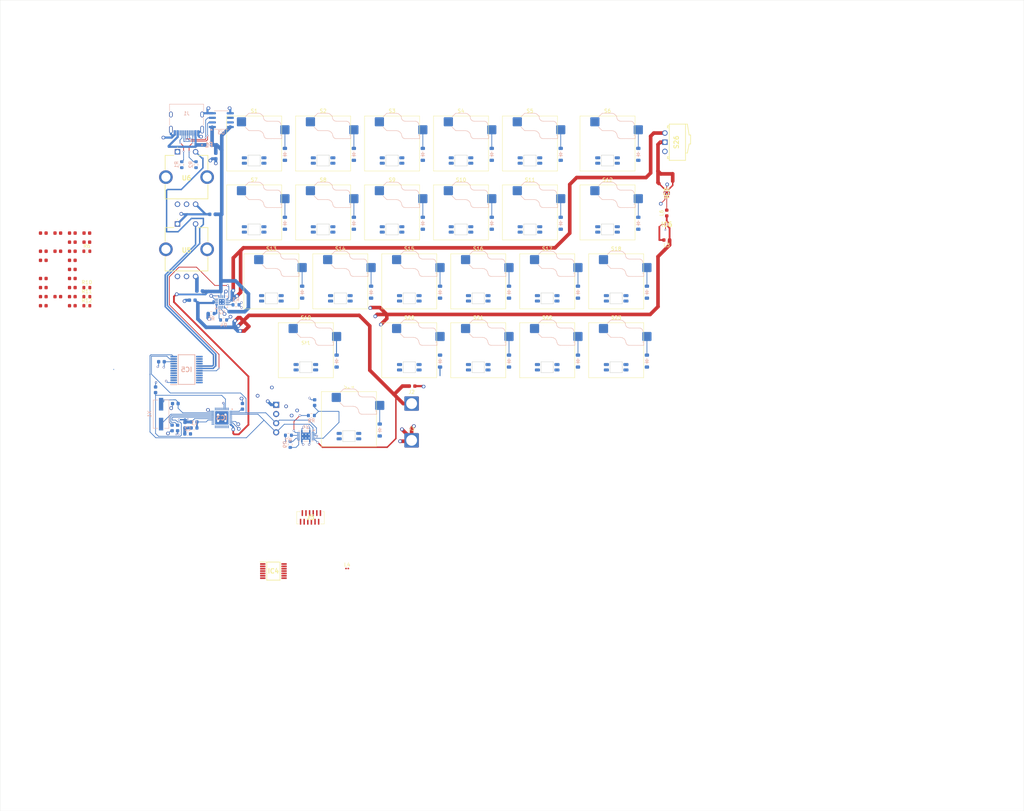
<source format=kicad_pcb>
(kicad_pcb (version 20240108) (generator "pcbnew") (generator_version "8.0")
  (layers (0 "F.Cu" signal) (1 "In1.Cu" power "PWR") (2 "In2.Cu" power "GND") (31 "B.Cu" signal) (34 "B.Paste" user) (35 "F.Paste" user) (36 "B.SilkS" user "B.Silkscreen") (37 "F.SilkS" user "F.Silkscreen") (38 "B.Mask" user) (39 "F.Mask" user) (44 "Edge.Cuts" user))
  (net 0 "")
  (net 1 "GND")
  (net 2 "3V3")
  (net 3 "Net-(J2-Pin_1)")
  (net 4 "Net-(U4-V_{DD})")
  (net 5 "5V")
  (net 6 "Net-(D1-DOUT)")
  (net 7 "Net-(D1-DIN)")
  (net 8 "Net-(D2-DOUT)")
  (net 9 "Net-(D5-DOUT)")
  (net 10 "Net-(D10-DIN)")
  (net 11 "Net-(D10-DOUT)")
  (net 12 "Net-(D11-DOUT)")
  (net 13 "Net-(D12-DOUT)")
  (net 14 "Net-(D13-DOUT)")
  (net 15 "Net-(D14-DOUT)")
  (net 16 "Net-(D17-DOUT)")
  (net 17 "Net-(D18-DOUT)")
  (net 18 "/VBUS")
  (net 19 "Net-(U1-DCCH)")
  (net 20 "Net-(D21-DOUT)")
  (net 21 "Net-(D22-DOUT)")
  (net 29 "Net-(IC4-2Y)")
  (net 31 "/2A")
  (net 34 "Net-(J1-D--PadA7)")
  (net 35 "Net-(J1-CC1)")
  (net 36 "Net-(J1-D+-PadA6)")
  (net 37 "Net-(J1-CC2)")
  (net 39 "/SDA")
  (net 40 "/SCL")
  (net 49 "/Column 0")
  (net 50 "/Column 1")
  (net 51 "/Column 2")
  (net 52 "/Column 3")
  (net 53 "/Column 4")
  (net 54 "/Column 5")
  (net 55 "/CW2")
  (net 56 "D-")
  (net 57 "/CCW")
  (net 58 "/Row 1")
  (net 59 "/NO")
  (net 60 "/NO2")
  (net 61 "D+")
  (net 62 "/Row 0")
  (net 63 "/Row 3")
  (net 64 "/Row 2")
  (net 65 "/CCW2")
  (net 66 "/CW")
  (net 67 "/CHG")
  (net 68 "Net-(U2-TS)")
  (net 69 "Net-(U2-ISET)")
  (net 72 "Net-(U2-ILIM)")
  (net 73 "Net-(U4-GPOUT)")
  (net 74 "Net-(U4-BIN)")
  (net 76 "Net-(U4-SRN)")
  (net 77 "Net-(U4-SRP)")
  (net 87 "Net-(Di1-A)")
  (net 88 "Net-(Di2-A)")
  (net 89 "Net-(Di3-A)")
  (net 90 "Net-(Di4-A)")
  (net 91 "Net-(Di5-A)")
  (net 92 "Net-(Di6-A)")
  (net 93 "Net-(Di7-A)")
  (net 94 "Net-(Di8-A)")
  (net 95 "Net-(Di9-A)")
  (net 96 "Net-(Di10-A)")
  (net 97 "Net-(Di11-A)")
  (net 98 "Net-(Di12-A)")
  (net 99 "Net-(Di13-A)")
  (net 100 "Net-(Di14-A)")
  (net 101 "Net-(Di15-A)")
  (net 102 "Net-(Di16-A)")
  (net 103 "Net-(Di17-A)")
  (net 104 "Net-(Di18-A)")
  (net 105 "Net-(Di19-A)")
  (net 106 "Net-(Di20-A)")
  (net 107 "Net-(Di21-A)")
  (net 108 "Net-(Di22-A)")
  (net 109 "Net-(Di23-A)")
  (net 110 "Net-(Di24-A)")
  (net 112 "Net-(D2-DIN)")
  (net 113 "Net-(D3-DIN)")
  (net 114 "Net-(D4-DIN)")
  (net 116 "Net-(D13-DIN)")
  (net 117 "Net-(D11-DIN)")
  (net 118 "Net-(D12-DIN)")
  (net 119 "Net-(D15-DIN)")
  (net 120 "Net-(D16-DIN)")
  (net 121 "Net-(D19-DIN)")
  (net 122 "Net-(D20-DIN)")
  (net 123 "Net-(IC3-ANT)")
  (net 124 "Net-(IC3-SWDIO)")
  (net 125 "Net-(IC3-DECUSB)")
  (net 126 "Net-(IC3-DEC1)")
  (net 127 "Net-(IC3-XC1)")
  (net 128 "/DEC4")
  (net 129 "Net-(IC3-DEC5)")
  (net 130 "Net-(IC3-XC2)")
  (net 131 "Net-(IC3-DEC3)")
  (net 132 "/INTA")
  (net 133 "Net-(IC3-SWDCLK)")
  (net 150 "Net-(C15-Pad1)")
  (net 151 "/RF")
  (net 152 "Net-(IC2-LX)")
  (net 153 "Net-(F1-Pad1)")
  (net 155 "Net-(S26-NO)")
  (net 156 "Net-(IC2-BAT)")
  (net 158 "Net-(IC6-LX)")
  (footprint "Connector_Wire:SolderWire-2.5sqmm_1x01_D2.4mm_OD3.6mm" (layer "F.Cu") (at 134.0005 108.4204)
    (property "Reference" "J2")
    (property "Value" "Battery Pos")
  )
  (footprint "ScottoKeebs_Hotswap:Hotswap_Choc_V1_1.00u" (layer "F.Cu") (at 128.5965 55.5734)
    (property "Reference" "S9")
    (property "Value" "Keyswitch")
  )
  (footprint "ScottoKeebs_Components:Capacitor_0603" (layer "F.Cu") (at 40.2655 76.3494)
    (property "Reference" "C30" (hide yes))
    (property "Value" "100nF" (hide yes))
  )
  (footprint "ScottoKeebs_Components:Capacitor_0603" (layer "F.Cu") (at 36.2555 61.2894)
    (property "Reference" "C11" (hide yes))
    (property "Value" "820pF" (hide yes))
  )
  (footprint "Inductor_SMD:L_0603_1608Metric" (layer "F.Cu") (at 204.4855 63.2084 180)
    (property "Reference" "L3")
    (property "Value" "1uH")
  )
  (footprint "ScottoKeebs_Components:Capacitor_0603" (layer "F.Cu") (at 36.2555 66.3094)
    (property "Reference" "C13" (hide yes))
    (property "Value" "4.7uF" (hide yes))
  )
  (footprint "ScottoKeebs_Hotswap:Hotswap_Choc_V1_1.00u" (layer "F.Cu") (at 114.309 74.6234)
    (property "Reference" "S14")
    (property "Value" "Keyswitch")
  )
  (footprint "ScottoKeebs_Components:OLED_128x32" (layer "F.Cu") (at 98.18275 118.5614 180)
    (property "Reference" "J4" (hide yes))
    (property "Value" "OLED_128x32")
  )
  (footprint "ScottoKeebs_Components:Capacitor_0603" (layer "F.Cu") (at 40.2655 63.7994)
    (property "Reference" "C25" (hide yes))
    (property "Value" "10uF" (hide yes))
  )
  (footprint "ScottoKeebs_Hotswap:Hotswap_Choc_V1_1.00u" (layer "F.Cu") (at 104.784 93.6734)
    (property "Reference" "S19")
    (property "Value" "Keyswitch")
  )
  (footprint "SamacSys_Parts:XC9290A07E1RG" (layer "F.Cu") (at 204.4855 58.9094 180)
    (property "Reference" "IC6")
    (property "Value" "XC9291B33D1R-G" (hide yes))
  )
  (footprint "ScottoKeebs_Components:Capacitor_0603" (layer "F.Cu") (at 40.2655 71.3294)
    (property "Reference" "C28" (hide yes))
    (property "Value" "100nF" (hide yes))
  )
  (footprint "ScottoKeebs_Components:Capacitor_0603" (layer "F.Cu") (at 36.2555 78.8594)
    (property "Reference" "C21" (hide yes))
    (property "Value" "100nF" (hide yes))
  )
  (footprint "ScottoKeebs_Hotswap:Hotswap_Choc_V1_1.00u" (layer "F.Cu") (at 171.459 74.6234)
    (property "Reference" "S17")
    (property "Value" "Keyswitch")
  )
  (footprint "Resistor_SMD:R_0603_1608Metric" (layer "F.Cu") (at 44.2755 76.3494)
    (property "Reference" "R10")
    (property "Value" "10k")
  )
  (footprint "ScottoKeebs_Components:Capacitor_0603" (layer "F.Cu") (at 40.2655 61.2894)
    (property "Reference" "C24" (hide yes))
    (property "Value" "100nF" (hide yes))
  )
  (footprint "ScottoKeebs_Hotswap:Hotswap_Choc_V1_1.00u" (layer "F.Cu") (at 166.6965 55.5734)
    (property "Reference" "S11")
    (property "Value" "Keyswitch")
  )
  (footprint "ScottoKeebs_Hotswap:Hotswap_Choc_V1_1.00u" (layer "F.Cu") (at 90.4965 55.5734)
    (property "Reference" "S7")
    (property "Value" "Keyswitch")
  )
  (footprint "ScottoKeebs_Hotswap:Hotswap_Choc_V1_1.00u" (layer "F.Cu") (at 152.409 74.6234)
    (property "Reference" "S16")
    (property "Value" "Keyswitch")
  )
  (footprint "ScottoKeebs_Hotswap:Hotswap_Choc_V1_1.00u" (layer "F.Cu") (at 133.359 74.6234)
    (property "Reference" "S15")
    (property "Value" "Keyswitch")
  )
  (footprint "SamacSys_Parts:SOP65P640X110-14N" (layer "F.Cu") (at 95.8165 154.7234)
    (property "Reference" "IC4")
    (property "Value" "74AHCT125PW,118" (hide yes))
  )
  (footprint "ScottoKeebs_Hotswap:Hotswap_Choc_V1_1.00u" (layer "F.Cu") (at 147.6465 55.5734)
    (property "Reference" "S10")
    (property "Value" "Keyswitch")
  )
  (footprint "ScottoKeebs_Hotswap:Hotswap_Choc_V1_1.00u" (layer "F.Cu") (at 190.509 93.6734)
    (property "Reference" "S23")
    (property "Value" "Keyswitch")
  )
  (footprint "ScottoKeebs_Hotswap:Hotswap_Choc_V1_1.00u" (layer "F.Cu") (at 109.5465 36.5234)
    (property "Reference" "S2")
    (property "Value" "Keyswitch")
  )
  (footprint "ScottoKeebs_Hotswap:Hotswap_Choc_V1_1.00u" (layer "F.Cu") (at 152.409 93.6734)
    (property "Reference" "S21")
    (property "Value" "Keyswitch")
  )
  (footprint "ScottoKeebs_Hotswap:Hotswap_Choc_V1_1.00u" (layer "F.Cu") (at 116.69025 112.7234)
    (property "Reference" "S24")
    (property "Value" "Keyswitch")
  )
  (footprint "ScottoKeebs_Hotswap:Hotswap_Choc_V1_1.00u" (layer "F.Cu") (at 133.359002 93.6734)
    (property "Reference" "S20")
    (property "Value" "Keyswitch")
  )
  (footprint "ScottoKeebs_Components:Capacitor_0603" (layer "F.Cu") (at 40.2655 66.3094)
    (property "Reference" "C26" (hide yes))
    (property "Value" "10uF" (hide yes))
  )
  (footprint "ScottoKeebs_Components:Capacitor_0603" (layer "F.Cu") (at 40.2655 78.8594)
    (property "Reference" "C31" (hide yes))
    (property "Value" "100nF" (hide yes))
  )
  (footprint "ScottoKeebs_Hotswap:Hotswap_Choc_V1_1.00u" (layer "F.Cu") (at 90.4965 36.5234)
    (property "Reference" "S1")
    (property "Value" "Keyswitch")
  )
  (footprint "ScottoKeebs_Hotswap:Hotswap_Choc_V1_1.00u" (layer "F.Cu") (at 188.12775 55.5734)
    (property "Reference" "S12")
    (property "Value" "Keyswitch")
  )
  (footprint "SamacSys_Parts:CLSA12C422" (layer "F.Cu") (at 203.9775 36.1724 90)
    (property "Reference" "S26")
    (property "Value" "CL-SA-12C4-22" (hide yes))
  )
  (footprint "ScottoKeebs_Hotswap:Hotswap_Choc_V1_1.00u" (layer "F.Cu") (at 171.459 93.6734)
    (property "Reference" "S22")
    (property "Value" "Keyswitch")
  )
  (footprint "ScottoKeebs_Stabilizer:Stabilizer_MX_2.00u" (layer "F.Cu") (at 104.784 93.6734)
    (property "Reference" "St1")
    (property "Value" "Stabilizer_MX_2.00u")
  )
  (footprint "SamacSys_Parts:PEC11L4015FS0015" (layer "F.Cu") (at 69.3165 58.7634)
    (property "Reference" "U5")
    (property "Value" "PEC11L-4015F-S0015" (hide yes))
  )
  (footprint "ScottoKeebs_Components:Capacitor_0603" (layer "F.Cu") (at 44.2755 63.7994)
    (property "Reference" "C34" (hide yes))
    (property "Value" "10uF" (hide yes))
  )
  (footprint "ScottoKeebs_Components:Capacitor_0603" (layer "F.Cu") (at 40.2655 81.3694)
    (property "Reference" "C32" (hide yes))
    (property "Value" "100nF" (hide yes))
  )
  (footprint "ScottoKeebs_Components:Capacitor_0603" (layer "F.Cu") (at 44.2755 61.2894)
    (property "Reference" "C33" (hide yes))
    (property "Value" "100nF" (hide yes))
  )
  (footprint "ScottoKeebs_Hotswap:Hotswap_Choc_V1_1.00u" (layer "F.Cu") (at 95.259 74.6234)
    (property "Reference" "S13")
    (property "Value" "Keyswitch")
  )
  (footprint "ScottoKeebs_Components:Capacitor_0603" (layer "F.Cu") (at 32.2455 61.2894)
    (property "Reference" "C1" (hide yes))
    (property "Value" "4.7uF" (hide yes))
  )
  (footprint "Resistor_SMD:R_0603_1608Metric" (layer "F.Cu") (at 44.2755 78.8594)
    (property "Reference" "R11")
    (property "Value" "10k")
  )
  (footprint "ScottoKeebs_Components:Capacitor_0603" (layer "F.Cu") (at 32.2455 81.3694)
    (property "Reference" "C10" (hide yes))
    (property "Value" "4.7uF" (hide yes))
  )
  (footprint "ScottoKeebs_Hotswap:Hotswap_Choc_V1_1.00u" (layer "F.Cu") (at 109.5465 55.5734)
    (property "Reference" "S8")
    (property "Value" "Keyswitch")
  )
  (footprint "SamacSys_Parts:XC9147_8_USP-6C" (layer "F.Cu") (at 204.4855 50.2544 -90)
    (property "Reference" "IC2")
    (property "Value" "XC9148G50CER-G" (hide yes))
  )
  (footprint "SamacSys_Parts:0781271220" (layer "F.Cu") (at 106.3165 138.2884)
    (property "Reference" "J5")
    (property "Value" "0781271220" (hide yes))
  )
  (footprint "Resistor_SMD:R_0603_1608Metric" (layer "F.Cu") (at 44.2755 81.3694)
    (property "Reference" "R12")
    (property "Value" "500")
  )
  (footprint "ScottoKeebs_Components:Capacitor_0603" (layer "F.Cu") (at 32.2455 73.8394)
    (property "Reference" "C7" (hide yes))
    (property "Value" "100nF" (hide yes))
  )
  (footprint "Inductor_SMD:L_0201_0603Metric" (layer "F.Cu") (at 116.2015 154.0234)
    (property "Reference" "L4")
    (property "Value" "10uH")
  )
  (footprint "ScottoKeebs_Components:Capacitor_0603" (layer "F.Cu") (at 32.2455 68.8194)
    (property "Reference" "C5" (hide yes))
    (property "Value" "1uF" (hide yes))
  )
  (footprint "ScottoKeebs_Components:Capacitor_0603" (layer "F.Cu") (at 134.1275 103.5944)
    (property "Reference" "C18" (hide yes))
    (property "Value" "1uF" (hide yes))
  )
  (footprint "Resistor_SMD:R_0603_1608Metric" (layer "F.Cu") (at 44.2755 66.3094)
    (property "Reference" "R6")
    (property "Value" "10k")
  )
  (footprint "Inductor_SMD:L_0603_1608Metric" (layer "F.Cu") (at 204.4855 55.7409 90)
    (property "Reference" "L6")
    (property "Value" "4.7uH")
  )
  (footprint "ScottoKeebs_Hotswap:Hotswap_Choc_V1_1.00u" (layer "F.Cu") (at 190.509 74.6234)
    (property "Reference" "S18")
    (property "Value" "Keyswitch")
  )
  (footprint "SamacSys_Parts:PEC11L4015FS0015" (layer "F.Cu") (at 69.3165 38.8134)
    (property "Reference" "U6")
    (property "Value" "PEC11L-4015F-S0015" (hide yes))
  )
  (footprint "ScottoKeebs_Hotswap:Hotswap_Choc_V1_1.00u" (layer "F.Cu") (at 166.6965 36.5234)
    (property "Reference" "S5")
    (property "Value" "Keyswitch")
  )
  (footprint "ScottoKeebs_Hotswap:Hotswap_Choc_V1_1.00u" (layer "F.Cu") (at 128.5965 36.5234)
    (property "Reference" "S3")
    (property "Value" "Keyswitch")
  )
  (footprint "ScottoKeebs_Hotswap:Hotswap_Choc_V1_1.00u" (layer "F.Cu") (at 147.6465 36.5234)
    (property "Reference" "S4")
    (property "Value" "Keyswitch")
  )
  (footprint "ScottoKeebs_Hotswap:Hotswap_Choc_V1_1.00u" (layer "F.Cu") (at 188.12775 36.5234)
    (property "Reference" "S6")
    (property "Value" "Keyswitch")
  )
  (footprint "ScottoKeebs_Components:Capacitor_0603" (layer "F.Cu") (at 40.2655 68.8194)
    (property "Reference" "C27" (hide yes))
    (property "Value" "10uF" (hide yes))
  )
  (footprint "ScottoKeebs_Components:Capacitor_0603" (layer "F.Cu") (at 32.2455 76.3494)
    (property "Reference" "C8" (hide yes))
    (property "Value" "100nF" (hide yes))
  )
  (footprint "ScottoKeebs_Components:Capacitor_0603" (layer "F.Cu") (at 40.2655 73.8394)
    (property "Reference" "C29" (hide yes))
    (property "Value" "100nF" (hide yes))
  )
  (footprint "Connector_Wire:SolderWire-2.5sqmm_1x01_D2.4mm_OD3.6mm" (layer "F.Cu") (at 134.0005 118.5804)
    (property "Reference" "J3")
    (property "Value" "Battery Neg")
  )
  (footprint "ScottoKeebs_Components:Capacitor_0603" (layer "F.Cu") (at 32.2455 78.8594)
    (property "Reference" "C9" (hide yes))
    (property "Value" "4.7uF" (hide yes))
  )
  (footprint "ScottoKeebs_Components:Capacitor_0603" (layer "F.Cu") (at 32.2455 66.3094)
    (property "Reference" "C4" (hide yes))
    (property "Value" "4.7uF" (hide yes))
  )
  (footprint "ScottoKeebs_Components:Diode_SOD-123" (layer "B.Cu") (at 118.0465 58.5734 90)
    (property "Reference" "Di12" (hide yes))
    (property "Value" "Diode")
  )
  (footprint "ScottoKeebs_Components:Capacitor_0603" (layer "B.Cu") (at 69.3575 115.1644 -90)
    (property "Reference" "C12" (hide yes))
    (property "Value" "100pF" (hide yes))
  )
  (footprint "ScottoKeebs_Components:LED_SK6812MINI" (layer "B.Cu") (at 190.509 79.3234)
    (property "Reference" "D18" (hide yes))
    (property "Value" "LED_SK6812MINI" (hide yes))
    (fp_line (start -1.7 -1.5) (end -1.7 1.5) (stroke (width 0.12)) (layer "Edge.Cuts"))
    (fp_line (start -1.7 1.5) (end 1.7 1.5) (stroke (width 0.12)) (layer "Edge.Cuts"))
    (fp_line (start 1.7 -1.5) (end -1.7 -1.5) (stroke (width 0.12)) (layer "Edge.Cuts"))
    (fp_line (start 1.7 1.5) (end 1.7 -1.5) (stroke (width 0.12)) (layer "Edge.Cuts"))
  )
  (footprint "ScottoKeebs_Components:Diode_SOD-123" (layer "B.Cu") (at 156.1465 58.5734 90)
    (property "Reference" "Di13" (hide yes))
    (property "Value" "Diode")
  )
  (footprint "ScottoKeebs_Components:Capacitor_0603" (layer "B.Cu") (at 71.3895 114.3894 90)
    (property "Reference" "C15" (hide yes))
    (property "Value" "1.2pF" (hide yes))
  )
  (footprint "ScottoKeebs_Components:Diode_SOD-123" (layer "B.Cu") (at 175.1965 39.5234 90)
    (property "Reference" "Di2" (hide yes))
    (property "Value" "Diode")
  )
  (footprint "Resistor_SMD:R_0603_1608Metric" (layer "B.Cu") (at 74.4375 42.3804 -90)
    (property "Reference" "R2")
    (property "Value" "5k1")
  )
  (footprint "ScottoKeebs_Components:Diode_SOD-123" (layer "B.Cu") (at 122.809 77.6234 90)
    (property "Reference" "Di16" (hide yes))
    (property "Value" "Diode")
  )
  (footprint "ScottoKeebs_Components:LED_SK6812MINI" (layer "B.Cu") (at 171.459 98.3734)
    (property "Reference" "D22" (hide yes))
    (property "Value" "LED_SK6812MINI" (hide yes))
    (fp_line (start -1.7 -1.5) (end -1.7 1.5) (stroke (width 0.12)) (layer "Edge.Cuts"))
    (fp_line (start -1.7 1.5) (end 1.7 1.5) (stroke (width 0.12)) (layer "Edge.Cuts"))
    (fp_line (start 1.7 -1.5) (end -1.7 -1.5) (stroke (width 0.12)) (layer "Edge.Cuts"))
    (fp_line (start 1.7 1.5) (end 1.7 -1.5) (stroke (width 0.12)) (layer "Edge.Cuts"))
  )
  (footprint "ScottoKeebs_Components:LED_SK6812MINI" (layer "B.Cu") (at 147.6465 60.2734)
    (property "Reference" "D10" (hide yes))
    (property "Value" "LED_SK6812MINI" (hide yes))
    (fp_line (start -1.7 -1.5) (end -1.7 1.5) (stroke (width 0.12)) (layer "Edge.Cuts"))
    (fp_line (start -1.7 1.5) (end 1.7 1.5) (stroke (width 0.12)) (layer "Edge.Cuts"))
    (fp_line (start 1.7 -1.5) (end -1.7 -1.5) (stroke (width 0.12)) (layer "Edge.Cuts"))
    (fp_line (start 1.7 1.5) (end 1.7 -1.5) (stroke (width 0.12)) (layer "Edge.Cuts"))
  )
  (footprint "Inductor_SMD:L_0603_1608Metric" (layer "B.Cu") (at 73.904 115.1514 180)
    (property "Reference" "L1")
    (property "Value" "4.7nH")
  )
  (footprint "ScottoKeebs_Components:Diode_SOD-123" (layer "B.Cu") (at 125.19025 115.7234 90)
    (property "Reference" "Di24" (hide yes))
    (property "Value" "Diode")
  )
  (footprint "ScottoKeebs_Components:LED_SK6812MINI" (layer "B.Cu") (at 147.6465 41.2234)
    (property "Reference" "D4" (hide yes))
    (property "Value" "LED_SK6812MINI" (hide yes))
    (fp_line (start -1.7 -1.5) (end -1.7 1.5) (stroke (width 0.12)) (layer "Edge.Cuts"))
    (fp_line (start -1.7 1.5) (end 1.7 1.5) (stroke (width 0.12)) (layer "Edge.Cuts"))
    (fp_line (start 1.7 -1.5) (end -1.7 -1.5) (stroke (width 0.12)) (layer "Edge.Cuts"))
    (fp_line (start 1.7 1.5) (end 1.7 -1.5) (stroke (width 0.12)) (layer "Edge.Cuts"))
  )
  (footprint "SamacSys_Parts:SOP65P780X200-24N" (layer "B.Cu") (at 71.8165 99.0224)
    (property "Reference" "IC5")
    (property "Value" "MCP23018T-E_SS" (hide yes))
  )
  (footprint "Crystal:Crystal_SMD_ECS_CSM3X-2Pin_7.6x4.1mm" (layer "B.Cu") (at 64.7855 111.3414 -90)
    (property "Reference" "X1")
    (property "Value" "32MHz")
  )
  (footprint "Package_SO:SOIC-8_3.9x4.9mm_P1.27mm" (layer "B.Cu") (at 81.4225 30.0614)
    (property "Reference" "U3")
    (property "Value" "USB6B1")
  )
  (footprint "ScottoKeebs_Components:Diode_SOD-123" (layer "B.Cu") (at 156.1465 39.5234 90)
    (property "Reference" "Di9" (hide yes))
    (property "Value" "Diode")
  )
  (footprint "ScottoKeebs_Components:Diode_SOD-123" (layer "B.Cu") (at 199.009 96.6734 90)
    (property "Reference" "Di23" (hide yes))
    (property "Value" "Diode")
  )
  (footprint "Connector_USB:USB_C_Receptacle_HRO_TYPE-C-31-M-12" (layer "B.Cu") (at 71.8165 29.5534)
    (property "Reference" "J1")
    (property "Value" "USB_C_Receptacle_USB2.0_16P")
  )
  (footprint "ScottoKeebs_Components:LED_SK6812MINI" (layer "B.Cu") (at 171.459 79.3234)
    (property "Reference" "D17" (hide yes))
    (property "Value" "LED_SK6812MINI" (hide yes))
    (fp_line (start -1.7 -1.5) (end -1.7 1.5) (stroke (width 0.12)) (layer "Edge.Cuts"))
    (fp_line (start -1.7 1.5) (end 1.7 1.5) (stroke (width 0.12)) (layer "Edge.Cuts"))
    (fp_line (start 1.7 -1.5) (end -1.7 -1.5) (stroke (width 0.12)) (layer "Edge.Cuts"))
    (fp_line (start 1.7 1.5) (end 1.7 -1.5) (stroke (width 0.12)) (layer "Edge.Cuts"))
  )
  (footprint "ScottoKeebs_Components:Capacitor_0603" (layer "B.Cu") (at 79.8985 39.9674 -90)
    (property "Reference" "C35" (hide yes))
    (property "Value" "22uF" (hide yes))
  )
  (footprint "ScottoKeebs_Components:LED_SK6812MINI" (layer "B.Cu") (at 109.5465 60.2734)
    (property "Reference" "D8" (hide yes))
    (property "Value" "LED_SK6812MINI" (hide yes))
    (fp_line (start -1.7 -1.5) (end -1.7 1.5) (stroke (width 0.12)) (layer "Edge.Cuts"))
    (fp_line (start -1.7 1.5) (end 1.7 1.5) (stroke (width 0.12)) (layer "Edge.Cuts"))
    (fp_line (start 1.7 -1.5) (end -1.7 -1.5) (stroke (width 0.12)) (layer "Edge.Cuts"))
    (fp_line (start 1.7 1.5) (end 1.7 -1.5) (stroke (width 0.12)) (layer "Edge.Cuts"))
  )
  (footprint "ScottoKeebs_Components:Diode_SOD-123" (layer "B.Cu") (at 113.284 96.6734 90)
    (property "Reference" "Di20" (hide yes))
    (property "Value" "Diode")
  )
  (footprint "Resistor_SMD:R_0603_1608Metric" (layer "B.Cu") (at 85.4865 81.1154 180)
    (property "Reference" "R3")
    (property "Value" "3k")
  )
  (footprint "ScottoKeebs_Components:Capacitor_0603" (layer "B.Cu") (at 79.0095 56.0964)
    (property "Reference" "C23" (hide yes))
    (property "Value" "4.7uF" (hide yes))
  )
  (footprint "ScottoKeebs_Components:LED_SK6812MINI" (layer "B.Cu") (at 109.5465 41.2234)
    (property "Reference" "D2" (hide yes))
    (property "Value" "LED_SK6812MINI" (hide yes))
    (fp_line (start -1.7 -1.5) (end -1.7 1.5) (stroke (width 0.12)) (layer "Edge.Cuts"))
    (fp_line (start -1.7 1.5) (end 1.7 1.5) (stroke (width 0.12)) (layer "Edge.Cuts"))
    (fp_line (start 1.7 -1.5) (end -1.7 -1.5) (stroke (width 0.12)) (layer "Edge.Cuts"))
    (fp_line (start 1.7 1.5) (end 1.7 -1.5) (stroke (width 0.12)) (layer "Edge.Cuts"))
  )
  (footprint "ScottoKeebs_Components:Diode_SOD-123" (layer "B.Cu") (at 179.959 77.6234 90)
    (property "Reference" "Di5" (hide yes))
    (property "Value" "Diode")
  )
  (footprint "ScottoKeebs_Components:Diode_SOD-123" (layer "B.Cu") (at 98.9965 39.5234 90)
    (property "Reference" "Di1" (hide yes))
    (property "Value" "Diode")
  )
  (footprint "ScottoKeebs_Components:LED_SK6812MINI" (layer "B.Cu") (at 90.4965 41.2234)
    (property "Reference" "D1" (hide yes))
    (property "Value" "LED_SK6812MINI" (hide yes))
    (fp_line (start -1.7 -1.5) (end -1.7 1.5) (stroke (width 0.12)) (layer "Edge.Cuts"))
    (fp_line (start -1.7 1.5) (end 1.7 1.5) (stroke (width 0.12)) (layer "Edge.Cuts"))
    (fp_line (start 1.7 -1.5) (end -1.7 -1.5) (stroke (width 0.12)) (layer "Edge.Cuts"))
    (fp_line (start 1.7 1.5) (end 1.7 -1.5) (stroke (width 0.12)) (layer "Edge.Cuts"))
  )
  (footprint "Resistor_SMD:R_0603_1608Metric" (layer "B.Cu") (at 100.4725 119.7234 -90)
    (property "Reference" "R9")
    (property "Value" "10m1%")
  )
  (footprint "ScottoKeebs_Components:Capacitor_0603" (layer "B.Cu") (at 73.9165 113.5004)
    (property "Reference" "C16" (hide yes))
    (property "Value" "1pF" (hide yes))
  )
  (footprint "ScottoKeebs_Components:Diode_SOD-123" (layer "B.Cu") (at 141.859 77.6234 90)
    (property "Reference" "Di17" (hide yes))
    (property "Value" "Diode")
  )
  (footprint "ScottoKeebs_Components:Diode_SOD-123" (layer "B.Cu") (at 179.959 96.6734 90)
    (property "Reference" "Di22" (hide yes))
    (property "Value" "Diode")
  )
  (footprint "Resistor_SMD:R_0603_1608Metric" (layer "B.Cu") (at 70.5005 42.3804 -90)
    (property "Reference" "R1")
    (property "Value" "5k1")
  )
  (footprint "ScottoKeebs_Components:LED_SK6812MINI" (layer "B.Cu") (at 166.6965 60.2734)
    (property "Reference" "D11" (hide yes))
    (property "Value" "LED_SK6812MINI" (hide yes))
    (fp_line (start -1.7 -1.5) (end -1.7 1.5) (stroke (width 0.12)) (layer "Edge.Cuts"))
    (fp_line (start -1.7 1.5) (end 1.7 1.5) (stroke (width 0.12)) (layer "Edge.Cuts"))
    (fp_line (start 1.7 -1.5) (end -1.7 -1.5) (stroke (width 0.12)) (layer "Edge.Cuts"))
    (fp_line (start 1.7 1.5) (end 1.7 -1.5) (stroke (width 0.12)) (layer "Edge.Cuts"))
  )
  (footprint "ScottoKeebs_Components:LED_SK6812MINI" (layer "B.Cu") (at 152.409 79.3234)
    (property "Reference" "D16" (hide yes))
    (property "Value" "LED_SK6812MINI" (hide yes))
    (fp_line (start -1.7 -1.5) (end -1.7 1.5) (stroke (width 0.12)) (layer "Edge.Cuts"))
    (fp_line (start -1.7 1.5) (end 1.7 1.5) (stroke (width 0.12)) (layer "Edge.Cuts"))
    (fp_line (start 1.7 -1.5) (end -1.7 -1.5) (stroke (width 0.12)) (layer "Edge.Cuts"))
    (fp_line (start 1.7 1.5) (end 1.7 -1.5) (stroke (width 0.12)) (layer "Edge.Cuts"))
  )
  (footprint "Resistor_SMD:R_0603_1608Metric" (layer "B.Cu") (at 99.9645 117.1834)
    (property "Reference" "R7")
    (property "Value" "10k")
  )
  (footprint "ScottoKeebs_Components:LED_SK6812MINI" (layer "B.Cu") (at 128.5965 60.2734)
    (property "Reference" "D9" (hide yes))
    (property "Value" "LED_SK6812MINI" (hide yes))
    (fp_line (start -1.7 -1.5) (end -1.7 1.5) (stroke (width 0.12)) (layer "Edge.Cuts"))
    (fp_line (start -1.7 1.5) (end 1.7 1.5) (stroke (width 0.12)) (layer "Edge.Cuts"))
    (fp_line (start 1.7 -1.5) (end -1.7 -1.5) (stroke (width 0.12)) (layer "Edge.Cuts"))
    (fp_line (start 1.7 1.5) (end 1.7 -1.5) (stroke (width 0.12)) (layer "Edge.Cuts"))
  )
  (footprint "ScottoKeebs_Components:Capacitor_0603" (layer "B.Cu") (at 64.8885 96.8524)
    (property "Reference" "C20" (hide yes))
    (property "Value" "100nF" (hide yes))
  )
  (footprint "ScottoKeebs_Components:Capacitor_0603" (layer "B.Cu") (at 73.4085 79.8454 180)
    (property "Reference" "C17" (hide yes))
    (property "Value" "4.7uF" (hide yes))
  )
  (footprint "ScottoKeebs_Components:Diode_SOD-123" (layer "B.Cu") (at 118.0465 39.5234 90)
    (property "Reference" "Di7" (hide yes))
    (property "Value" "Diode")
  )
  (footprint "ScottoKeebs_Components:LED_SK6812MINI" (layer "B.Cu") (at 95.259 79.3234)
    (property "Reference" "D13" (hide yes))
    (property "Value" "LED_SK6812MINI" (hide yes))
    (fp_line (start -1.7 -1.5) (end -1.7 1.5) (stroke (width 0.12)) (layer "Edge.Cuts"))
    (fp_line (start -1.7 1.5) (end 1.7 1.5) (stroke (width 0.12)) (layer "Edge.Cuts"))
    (fp_line (start 1.7 -1.5) (end -1.7 -1.5) (stroke (width 0.12)) (layer "Edge.Cuts"))
    (fp_line (start 1.7 1.5) (end 1.7 -1.5) (stroke (width 0.12)) (layer "Edge.Cuts"))
  )
  (footprint "Resistor_SMD:R_0603_1608Metric" (layer "B.Cu") (at 78.6285 83.5284)
    (property "Reference" "R5")
    (property "Value" "10k")
  )
  (footprint "ScottoKeebs_Components:LED_SK6812MINI" (layer "B.Cu") (at 90.4965 60.2734)
    (property "Reference" "D7" (hide yes))
    (property "Value" "LED_SK6812MINI" (hide yes))
    (fp_line (start -1.7 -1.5) (end -1.7 1.5) (stroke (width 0.12)) (layer "Edge.Cuts"))
    (fp_line (start -1.7 1.5) (end 1.7 1.5) (stroke (width 0.12)) (layer "Edge.Cuts"))
    (fp_line (start 1.7 -1.5) (end -1.7 -1.5) (stroke (width 0.12)) (layer "Edge.Cuts"))
    (fp_line (start 1.7 1.5) (end 1.7 -1.5) (stroke (width 0.12)) (layer "Edge.Cuts"))
  )
  (footprint "ScottoKeebs_Components:Capacitor_0603" (layer "B.Cu") (at 63.2615 104.6104 -90)
    (property "Reference" "C6" (hide yes))
    (property "Value" "1uF" (hide yes))
  )
  (footprint "Resistor_SMD:R_0603_1608Metric" (layer "B.Cu") (at 82.0575 85.3064)
    (property "Reference" "R4")
    (property "Value" "1k8")
  )
  (footprint "ScottoKeebs_Components:LED_SK6812MINI" (layer "B.Cu") (at 116.69025 117.4234)
    (property "Reference" "D24" (hide yes))
    (property "Value" "LED_SK6812MINI" (hide yes))
    (fp_line (start -1.7 -1.5) (end -1.7 1.5) (stroke (width 0.12)) (layer "Edge.Cuts"))
    (fp_line (start -1.7 1.5) (end 1.7 1.5) (stroke (width 0.12)) (layer "Edge.Cuts"))
    (fp_line (start 1.7 -1.5) (end -1.7 -1.5) (stroke (width 0.12)) (layer "Edge.Cuts"))
    (fp_line (start 1.7 1.5) (end 1.7 -1.5) (stroke (width 0.12)) (layer "Edge.Cuts"))
  )
  (footprint "ScottoKeebs_Components:LED_SK6812MINI" (layer "B.Cu") (at 152.409 98.3734)
    (property "Reference" "D21" (hide yes))
    (property "Value" "LED_SK6812MINI" (hide yes))
    (fp_line (start -1.7 -1.5) (end -1.7 1.5) (stroke (width 0.12)) (layer "Edge.Cuts"))
    (fp_line (start -1.7 1.5) (end 1.7 1.5) (stroke (width 0.12)) (layer "Edge.Cuts"))
    (fp_line (start 1.7 -1.5) (end -1.7 -1.5) (stroke (width 0.12)) (layer "Edge.Cuts"))
    (fp_line (start 1.7 1.5) (end 1.7 -1.5) (stroke (width 0.12)) (layer "Edge.Cuts"))
  )
  (footprint "Inductor_SMD:L_0603_1608Metric" (layer "B.Cu") (at 72.126 116.8024 180)
    (property "Reference" "L2")
    (property "Value" "2.2nH")
  )
  (footprint "ScottoKeebs_Components:LED_SK6812MINI" (layer "B.Cu") (at 104.784 98.3734)
    (property "Reference" "D19" (hide yes))
    (property "Value" "LED_SK6812MINI" (hide yes))
    (fp_line (start -1.7 -1.5) (end -1.7 1.5) (stroke (width 0.12)) (layer "Edge.Cuts"))
    (fp_line (start -1.7 1.5) (end 1.7 1.5) (stroke (width 0.12)) (layer "Edge.Cuts"))
    (fp_line (start 1.7 -1.5) (end -1.7 -1.5) (stroke (width 0.12)) (layer "Edge.Cuts"))
    (fp_line (start 1.7 1.5) (end 1.7 -1.5) (stroke (width 0.12)) (layer "Edge.Cuts"))
  )
  (footprint "ScottoKeebs_Components:Diode_SOD-123" (layer "B.Cu") (at 196.62775 58.5734 90)
    (property "Reference" "Di15" (hide yes))
    (property "Value" "Diode")
  )
  (footprint "ScottoKeebs_Components:Capacitor_0603" (layer "B.Cu") (at 87.2645 109.1824 -90)
    (property "Reference" "C3" (hide yes))
    (property "Value" "100nF" (hide yes))
  )
  (footprint "ScottoKeebs_Components:Diode_SOD-123" (layer "B.Cu") (at 137.0965 39.5234 90)
    (property "Reference" "Di8" (hide yes))
    (property "Value" "Diode")
  )
  (footprint "ScottoKeebs_Components:Diode_SOD-123" (layer "B.Cu") (at 137.0965 58.5734 90)
    (property "Reference" "Di3" (hide yes))
    (property "Value" "Diode")
  )
  (footprint "ScottoKeebs_Components:LED_SK6812MINI" (layer "B.Cu") (at 188.12775 60.2734)
    (property "Reference" "D12" (hide yes))
    (property "Value" "LED_SK6812MINI" (hide yes))
    (fp_line (start -1.7 -1.5) (end -1.7 1.5) (stroke (width 0.12)) (layer "Edge.Cuts"))
    (fp_line (start -1.7 1.5) (end 1.7 1.5) (stroke (width 0.12)) (layer "Edge.Cuts"))
    (fp_line (start 1.7 -1.5) (end -1.7 -1.5) (stroke (width 0.12)) (layer "Edge.Cuts"))
    (fp_line (start 1.7 1.5) (end 1.7 -1.5) (stroke (width 0.12)) (layer "Edge.Cuts"))
  )
  (footprint "SamacSys_Parts:QFN40P500X500X90-41N-D" (layer "B.Cu") (at 81.5715 112.3724 180)
    (property "Reference" "IC3")
    (property "Value" "nRF52833-QDAA-R7" (hide yes))
  )
  (footprint "ScottoKeebs_Components:Diode_SOD-123" (layer "B.Cu") (at 199.009 77.6234 90)
    (property "Reference" "Di19" (hide yes))
    (property "Value" "Diode")
  )
  (footprint "ScottoKeebs_Components:Capacitor_0603" (layer "B.Cu") (at 67.8335 115.1514 -90)
    (property "Reference" "C19" (hide yes))
    (property "Value" "12pF" (hide yes))
  )
  (footprint "ScottoKeebs_Components:LED_SK6812MINI" (layer "B.Cu") (at 166.6965 41.2234)
    (property "Reference" "D5" (hide yes))
    (property "Value" "LED_SK6812MINI" (hide yes))
    (fp_line (start -1.7 -1.5) (end -1.7 1.5) (stroke (width 0.12)) (layer "Edge.Cuts"))
    (fp_line (start -1.7 1.5) (end 1.7 1.5) (stroke (width 0.12)) (layer "Edge.Cuts"))
    (fp_line (start 1.7 -1.5) (end -1.7 -1.5) (stroke (width 0.12)) (layer "Edge.Cuts"))
    (fp_line (start 1.7 1.5) (end 1.7 -1.5) (stroke (width 0.12)) (layer "Edge.Cuts"))
  )
  (footprint "ScottoKeebs_Components:LED_SK6812MINI" (layer "B.Cu") (at 114.309 79.3234)
    (property "Reference" "D14" (hide yes))
    (property "Value" "LED_SK6812MINI" (hide yes))
    (fp_line (start -1.7 -1.5) (end -1.7 1.5) (stroke (width 0.12)) (layer "Edge.Cuts"))
    (fp_line (start -1.7 1.5) (end 1.7 1.5) (stroke (width 0.12)) (layer "Edge.Cuts"))
    (fp_line (start 1.7 -1.5) (end -1.7 -1.5) (stroke (width 0.12)) (layer "Edge.Cuts"))
    (fp_line (start 1.7 1.5) (end 1.7 -1.5) (stroke (width 0.12)) (layer "Edge.Cuts"))
  )
  (footprint "ScottoKeebs_Components:Capacitor_0603" (layer "B.Cu") (at 75.4535 77.3054)
    (property "Reference" "C2" (hide yes))
    (property "Value" "4.7uF" (hide yes))
  )
  (footprint "ScottoKeebs_Components:LED_SK6812MINI" (layer "B.Cu") (at 133.359 98.3734)
    (property "Reference" "D20" (hide yes))
    (property "Value" "LED_SK6812MINI" (hide yes))
    (fp_line (start -1.7 -1.5) (end -1.7 1.5) (stroke (width 0.12)) (layer "Edge.Cuts"))
    (fp_line (start -1.7 1.5) (end 1.7 1.5) (stroke (width 0.12)) (layer "Edge.Cuts"))
    (fp_line (start 1.7 -1.5) (end -1.7 -1.5) (stroke (width 0.12)) (layer "Edge.Cuts"))
    (fp_line (start 1.7 1.5) (end 1.7 -1.5) (stroke (width 0.12)) (layer "Edge.Cuts"))
  )
  (footprint "Package_SON:Texas_S-PDSO-N12" (layer "B.Cu") (at 104.779 117.4234 180)
    (property "Reference" "U4")
    (property "Value" "BQ27441-G1")
  )
  (footprint "ScottoKeebs_Components:Capacitor_0603" (layer "B.Cu") (at 107.2035 108.1534 90)
    (property "Reference" "C22" (hide yes))
    (property "Value" "470nF" (hide yes))
  )
  (footprint "Resistor_SMD:R_0603_1608Metric" (layer "B.Cu") (at 106.3145 111.7224)
    (property "Reference" "R8")
    (property "Value" "10k")
  )
  (footprint "ScottoKeebs_Components:Diode_SOD-123" (layer "B.Cu") (at 160.909 96.6734 90)
    (property "Reference" "Di6" (hide yes))
    (property "Value" "Diode")
  )
  (footprint "ScottoKeebs_Components:Diode_SOD-123" (layer "B.Cu") (at 141.859 96.6734 90)
    (property "Reference" "Di21" (hide yes))
    (property "Value" "Diode")
  )
  (footprint "ScottoKeebs_Components:Diode_SOD-123" (layer "B.Cu") (at 196.62775 39.5234 90)
    (property "Reference" "Di10" (hide yes))
    (property "Value" "Diode")
  )
  (footprint "ScottoKeebs_Components:Diode_SOD-123" (layer "B.Cu") (at 98.9965 58.5734 90)
    (property "Reference" "Di11" (hide yes))
    (property "Value" "Diode")
  )
  (footprint "ScottoKeebs_Components:Diode_SOD-123" (layer "B.Cu") (at 103.759 77.6234 90)
    (property "Reference" "Di4" (hide yes))
    (property "Value" "Diode")
  )
  (footprint "ScottoKeebs_Components:Capacitor_0603" (layer "B.Cu") (at 68.7225 108.4204 180)
    (property "Reference" "C14" (hide yes))
    (property "Value" "12pF" (hide yes))
  )
  (footprint "ScottoKeebs_Components:Diode_SOD-123" (layer "B.Cu") (at 175.1965 58.5734 90)
    (property "Reference" "Di14" (hide yes))
    (property "Value" "Diode")
  )
  (footprint "ScottoKeebs_Components:LED_SK6812MINI" (layer "B.Cu") (at 128.5965 41.2234)
    (property "Reference" "D3" (hide yes))
    (property "Value" "LED_SK6812MINI" (hide yes))
    (fp_line (start -1.7 -1.5) (end -1.7 1.5) (stroke (width 0.12)) (layer "Edge.Cuts"))
    (fp_line (start -1.7 1.5) (end 1.7 1.5) (stroke (width 0.12)) (layer "Edge.Cuts"))
    (fp_line (start 1.7 -1.5) (end -1.7 -1.5) (stroke (width 0.12)) (layer "Edge.Cuts"))
    (fp_line (start 1.7 1.5) (end 1.7 -1.5) (stroke (width 0.12)) (layer "Edge.Cuts"))
  )
  (footprint "ScottoKeebs_Components:LED_SK6812MINI" (layer "B.Cu") (at 188.12775 41.2234)
    (property "Reference" "D6" (hide yes))
    (property "Value" "LED_SK6812MINI" (hide yes))
    (fp_line (start -1.7 -1.5) (end -1.7 1.5) (stroke (width 0.12)) (layer "Edge.Cuts"))
    (fp_line (start -1.7 1.5) (end 1.7 1.5) (stroke (width 0.12)) (layer "Edge.Cuts"))
    (fp_line (start 1.7 -1.5) (end -1.7 -1.5) (stroke (width 0.12)) (layer "Edge.Cuts"))
    (fp_line (start 1.7 1.5) (end 1.7 -1.5) (stroke (width 0.12)) (layer "Edge.Cuts"))
  )
  (footprint "ScottoKeebs_Components:Diode_SOD-123" (layer "B.Cu") (at 160.909 77.6234 90)
    (property "Reference" "Di18" (hide yes))
    (property "Value" "Diode")
  )
  (footprint "ScottoKeebs_Components:LED_SK6812MINI" (layer "B.Cu") (at 133.359 79.3234)
    (property "Reference" "D15" (hide yes))
    (property "Value" "LED_SK6812MINI" (hide yes))
    (fp_line (start -1.7 -1.5) (end -1.7 1.5) (stroke (width 0.12)) (layer "Edge.Cuts"))
    (fp_line (start -1.7 1.5) (end 1.7 1.5) (stroke (width 0.12)) (layer "Edge.Cuts"))
    (fp_line (start 1.7 -1.5) (end -1.7 -1.5) (stroke (width 0.12)) (layer "Edge.Cuts"))
    (fp_line (start 1.7 1.5) (end 1.7 -1.5) (stroke (width 0.12)) (layer "Edge.Cuts"))
  )
  (footprint "Package_DFN_QFN:VQFN-16-1EP_3x3mm_P0.5mm_EP1.6x1.6mm" (layer "B.Cu") (at 81.5615 80.3129)
    (property "Reference" "U2")
    (property "Value" "BQ24072RGT")
  )
  (footprint "ScottoKeebs_Components:LED_SK6812MINI" (layer "B.Cu") (at 190.509 98.3734)
    (property "Reference" "D23" (hide yes))
    (property "Value" "LED_SK6812MINI" (hide yes))
    (fp_line (start -1.7 -1.5) (end -1.7 1.5) (stroke (width 0.12)) (layer "Edge.Cuts"))
    (fp_line (start -1.7 1.5) (end 1.7 1.5) (stroke (width 0.12)) (layer "Edge.Cuts"))
    (fp_line (start 1.7 -1.5) (end -1.7 -1.5) (stroke (width 0.12)) (layer "Edge.Cuts"))
    (fp_line (start 1.7 1.5) (end 1.7 -1.5) (stroke (width 0.12)) (layer "Edge.Cuts"))
  )
  (footprint "SamacSys_Parts:0603L050SLYR" (layer "B.Cu") (at 77.9825 36.9194)
    (property "Reference" "F1")
    (property "Value" "500mA" (hide yes))
  )
  (gr_rect (start 20.3084 -3.1212) (end 303.1744 221.0532) (stroke (width 0.05)) (fill none) (layer "Edge.Cuts"))
  (segment (start 204.4855 49.2794) (end 204.4855 47.9684) (width 0.2) (layer "F.Cu") (net 1))
  (segment (start 204.1045 50.2544) (end 203.9775 50.1274) (width 0.2) (layer "F.Cu") (net 1))
  (segment (start 204.4855 50.2544) (end 204.4855 50.579398) (width 0.2) (layer "F.Cu") (net 1))
  (segment (start 133.7465 118.8344) (end 134.0005 118.5804) (width 1) (layer "F.Cu") (net 1))
  (segment (start 137.1755 103.5944) (end 137.3025 103.7214) (width 0.6) (layer "F.Cu") (net 1))
  (segment (start 204.4855 50.2544) (end 204.8665 50.2544) (width 0.2) (layer "F.Cu") (net 1))
  (segment (start 204.1475 59.3094) (end 204.1475 60.3714) (width 0.2) (layer "F.Cu") (net 1))
  (segment (start 134.0005 115.2784) (end 134.6355 114.6434) (width 1) (layer "F.Cu") (net 1))
  (segment (start 204.4855 47.9684) (end 204.6125 47.8414) (width 0.2) (layer "F.Cu") (net 1))
  (segment (start 134.0005 118.5804) (end 134.0005 115.2784) (width 1) (layer "F.Cu") (net 1))
  (segment (start 204.4855 50.2544) (end 204.1045 50.2544) (width 0.2) (layer "F.Cu") (net 1))
  (segment (start 203.9855 52.0244) (end 202.8345 53.1754) (width 0.2) (layer "F.Cu") (net 1))
  (segment (start 134.0005 118.1994) (end 131.3335 115.5324) (width 1) (layer "F.Cu") (net 1))
  (segment (start 204.1475 60.3714) (end 204.1045 60.4144) (width 0.2) (layer "F.Cu") (net 1))
  (segment (start 134.9025 103.5944) (end 137.1755 103.5944) (width 0.6) (layer "F.Cu") (net 1))
  (segment (start 134.0005 118.5804) (end 134.0005 118.1994) (width 1) (layer "F.Cu") (net 1))
  (segment (start 204.8665 50.2544) (end 204.9935 50.1274) (width 0.2) (layer "F.Cu") (net 1))
  (segment (start 130.8255 118.8344) (end 133.7465 118.8344) (width 1) (layer "F.Cu") (net 1))
  (segment (start 203.9855 51.2294) (end 203.9855 52.0244) (width 0.2) (layer "F.Cu") (net 1))
  (via (at 81.9305 80.7344) (size 0.45) (drill 0.3) (layers "F.Cu" "B.Cu") (net 1))
  (via (at 72.1515 112.6974) (size 0.45) (drill 0.3) (layers "F.Cu" "B.Cu") (net 1))
  (via (at 105.6795 119.7234) (size 0.6) (drill 0.4) (layers "F.Cu" "B.Cu") (net 1))
  (via (at 63.3885 102.5784) (size 0.6) (drill 0.3) (layers "F.Cu" "B.Cu") (net 1))
  (via (at 83.9625 84.4174) (size 1) (drill 0.6) (layers "F.Cu" "B.Cu") (net 1))
  (via (at 80.5335 111.4684) (size 1) (drill 0.6) (layers "F.Cu" "B.Cu") (net 1))
  (via (at 203.9775 50.1274) (size 0.45) (drill 0.3) (layers "F.Cu" "B.Cu") (net 1))
  (via (at 204.6125 47.8414) (size 1) (drill 0.6) (layers "F.Cu" "B.Cu") (net 1))
  (via (at 105.8065 106.8964) (size 0.6) (drill 0.4) (layers "F.Cu" "B.Cu") (net 1))
  (via (at 78.6285 78.6324) (size 1) (drill 0.6) (layers "F.Cu" "B.Cu") (net 1))
  (via (at 204.9935 50.1274) (size 0.45) (drill 0.3) (layers "F.Cu" "B.Cu") (net 1))
  (via (at 107.8385 117.4234) (size 0.6) (drill 0.4) (layers "F.Cu" "B.Cu") (net 1))
  (via (at 78.3745 41.2374) (size 1) (drill 0.6) (layers "F.Cu" "B.Cu") (net 1))
  (via (at 104.1555 114.8974) (size 0.6) (drill 0.4) (layers "F.Cu" "B.Cu") (net 1))
  (via (at 137.3025 103.7214) (size 1) (drill 0.6) (layers "F.Cu" "B.Cu") (net 1))
  (via (at 98.8215 119.2154) (size 0.6) (drill 0.4) (layers "F.Cu" "B.Cu") (net 1))
  (via (at 71.2625 80.0994) (size 1) (drill 0.6) (layers "F.Cu" "B.Cu") (net 1))
  (via (at 105.5525 114.8974) (size 0.6) (drill 0.4) (layers "F.Cu" "B.Cu") (net 1))
  (via (at 87.0105 80.4804) (size 0.6) (drill 0.4) (layers "F.Cu" "B.Cu") (net 1))
  (via (at 82.5655 111.4684) (size 1) (drill 0.6) (layers "F.Cu" "B.Cu") (net 1))
  (via (at 204.4855 50.5084) (size 0.45) (drill 0.3) (layers "F.Cu" "B.Cu") (net 1))
  (via (at 69.6115 116.9294) (size 0.45) (drill 0.3) (layers "F.Cu" "B.Cu") (net 1))
  (via (at 77.8665 26.7594) (size 1) (drill 0.6) (layers "F.Cu" "B.Cu") (net 1))
  (via (at 104.0285 119.7234) (size 0.6) (drill 0.4) (layers "F.Cu" "B.Cu") (net 1))
  (via (at 82.5655 113.2464) (size 1) (drill 0.6) (layers "F.Cu" "B.Cu") (net 1))
  (via (at 87.0105 81.8774) (size 0.6) (drill 0.4) (layers "F.Cu" "B.Cu") (net 1))
  (via (at 75.8345 34.6334) (size 1) (drill 0.6) (layers "F.Cu" "B.Cu") (net 1))
  (via (at 78.1205 85.0524) (size 1) (drill 0.6) (layers "F.Cu" "B.Cu") (net 1))
  (via (at 202.8345 53.1754) (size 1) (drill 0.6) (layers "F.Cu" "B.Cu") (net 1))
  (via (at 79.8985 41.9994) (size 1) (drill 0.6) (layers "F.Cu" "B.Cu") (net 1))
  (via (at 81.9305 79.9724) (size 0.45) (drill 0.3) (layers "F.Cu" "B.Cu") (net 1))
  (via (at 81.9655 108.2934) (size 0.6) (drill 0.3) (layers "F.Cu" "B.Cu") (net 1))
  (via (at 68.9765 116.9294) (size 0.45) (drill 0.3) (layers "F.Cu" "B.Cu") (net 1))
  (via (at 80.5335 113.2464) (size 1) (drill 0.6) (layers "F.Cu" "B.Cu") (net 1))
  (via (at 87.0105 107.0234) (size 1) (drill 0.6) (layers "F.Cu" "B.Cu") (net 1))
  (via (at 134.6355 114.6434) (size 1) (drill 0.6) (layers "F.Cu" "B.Cu") (net 1))
  (via (at 81.1685 80.7344) (size 0.45) (drill 0.3) (layers "F.Cu" "B.Cu") (net 1))
  (via (at 70.3735 55.9694) (size 1) (drill 0.6) (layers "F.Cu" "B.Cu") (net 1))
  (via (at 66.6905 116.6754) (size 1) (drill 0.6) (layers "F.Cu" "B.Cu") (net 1))
  (via (at 82.6925 77.4324) (size 1) (drill 0.6) (layers "F.Cu" "B.Cu") (net 1))
  (via (at 83.7085 26.7594) (size 1) (drill 0.6) (layers "F.Cu" "B.Cu") (net 1))
  (via (at 81.1685 79.9724) (size 0.45) (drill 0.3) (layers "F.Cu" "B.Cu") (net 1))
  (via (at 131.3335 115.5324) (size 1) (drill 0.6) (layers "F.Cu" "B.Cu") (net 1))
  (via (at 82.3115 83.6554) (size 1) (drill 0.6) (layers "F.Cu" "B.Cu") (net 1))
  (via (at 69.7385 112.8654) (size 0.6) (drill 0.4) (layers "F.Cu" "B.Cu") (net 1))
  (via (at 66.1825 102.1974) (size 0.6) (drill 0.4) (layers "F.Cu" "B.Cu") (net 1))
  (via (at 67.5795 109.6904) (size 1) (drill 0.6) (layers "F.Cu" "B.Cu") (net 1))
  (via (at 94.2495 107.7854) (size 1) (drill 0.6) (layers "F.Cu" "B.Cu") (net 1))
  (via (at 63.8965 98.2604) (size 0.6) (drill 0.4) (layers "F.Cu" "B.Cu") (net 1))
  (via (at 130.8255 118.8344) (size 1) (drill 0.6) (layers "F.Cu" "B.Cu") (net 1))
  (via (at 204.1045 60.4144) (size 0.45) (drill 0.3) (layers "F.Cu" "B.Cu") (net 1))
  (via (at 65.4205 34.8874) (size 1) (drill 0.6) (layers "F.Cu" "B.Cu") (net 1))
  (segment (start 103.679 115.3739) (end 104.1555 114.8974) (width 0.2) (layer "B.Cu") (net 1))
  (segment (start 82.3115 78.8754) (end 82.3115 77.8134) (width 0.2) (layer "B.Cu") (net 1))
  (segment (start 74.6785 77.3054) (end 74.6785 73.6254) (width 1) (layer "B.Cu") (net 1))
  (segment (start 78.8695 40.7424) (end 78.3745 41.2374) (width 0.8) (layer "B.Cu") (net 1))
  (segment (start 68.2665 102.5974) (end 66.5825 102.5974) (width 0.2) (layer "B.Cu") (net 1))
  (segment (start 81.4685 112.2454) (end 81.3105 112.2454) (width 0.2) (layer "B.Cu") (net 1))
  (segment (start 67.9475 109.3224) (end 67.5795 109.6904) (width 0.2) (layer "B.Cu") (net 1))
  (segment (start 81.5615 80.3129) (end 81.59 80.3129) (width 0.2) (layer "B.Cu") (net 1))
  (segment (start 69.3575 116.5484) (end 68.9765 116.9294) (width 0.2) (layer "B.Cu") (net 1))
  (segment (start 66.5825 102.5974) (end 66.1825 102.1974) (width 0.2) (layer "B.Cu") (net 1))
  (segment (start 103.679 119.3739) (end 104.0285 119.7234) (width 0.2) (layer "B.Cu") (net 1))
  (segment (start 76.4835 28.1564) (end 76.1365 28.5034) (width 0.6) (layer "B.Cu") (net 1))
  (segment (start 87.2645 108.4074) (end 87.2645 107.2774) (width 0.2) (layer "B.Cu") (net 1))
  (segment (start 77.6125 27.0134) (end 77.8665 26.7594) (width 0.6) (layer "B.Cu") (net 1))
  (segment (start 81.3105 112.2454) (end 80.5335 111.4684) (width 0.2) (layer "B.Cu") (net 1))
  (segment (start 80.8115 78.8754) (end 80.5685 78.6324) (width 0.2) (layer "B.Cu") (net 1))
  (segment (start 107.2035 107.3784) (end 106.2885 107.3784) (width 0.2) (layer "B.Cu") (net 1))
  (segment (start 83.8975 28.1564) (end 83.8975 26.9484) (width 0.6) (layer "B.Cu") (net 1))
  (segment (start 77.8035 83.5284) (end 77.8035 84.7354) (width 1) (layer "B.Cu") (net 1))
  (segment (start 68.5665 34.0274) (end 68.0875 34.5064) (width 0.6) (layer "B.Cu") (net 1))
  (segment (start 82.1655 108.4314) (end 82.0275 108.2934) (width 0.2) (layer "B.Cu") (net 1))
  (segment (start 67.7065 34.8874) (end 65.4205 34.8874) (width 0.6) (layer "B.Cu") (net 1))
  (segment (start 71.3895 113.6144) (end 71.3895 112.8724) (width 0.8) (layer "B.Cu") (net 1))
  (segment (start 73.1415 113.5004) (end 71.5035 113.5004) (width 0.8) (layer "B.Cu") (net 1))
  (segment (start 81.4685 112.2454) (end 81.7885 112.2454) (width 0.2) (layer "B.Cu") (net 1))
  (segment (start 80.5685 78.6324) (end 78.6285 78.6324) (width 0.2) (layer "B.Cu") (net 1))
  (segment (start 75.0665 33.5984) (end 75.2215 33.5984) (width 0.4) (layer "B.Cu") (net 1))
  (segment (start 77.0995 56.0964) (end 74.3165 53.3134) (width 0.6) (layer "B.Cu") (net 1))
  (segment (start 81.509 80.3129) (end 81.1685 79.9724) (width 0.2) (layer "B.Cu") (net 1))
  (segment (start 81.5645 112.2454) (end 82.5655 113.2464) (width 0.2) (layer "B.Cu") (net 1))
  (segment (start 67.9475 108.4204) (end 67.9475 109.3224) (width 0.2) (layer "B.Cu") (net 1))
  (segment (start 107.6385 117.2234) (end 107.8385 117.4234) (width 0.2) (layer "B.Cu") (net 1))
  (segment (start 81.4685 112.2454) (end 81.4685 112.3114) (width 0.2) (layer "B.Cu") (net 1))
  (segment (start 103.679 116.0584) (end 103.679 115.3739) (width 0.2) (layer "B.Cu") (net 1))
  (segment (start 77.6125 28.1564) (end 77.6125 27.0134) (width 0.6) (layer "B.Cu") (net 1))
  (segment (start 81.5615 80.3129) (end 81.5615 80.3414) (width 0.2) (layer "B.Cu") (net 1))
  (segment (start 79.559 79.5629) (end 78.6285 78.6324) (width 0.2) (layer "B.Cu") (net 1))
  (segment (start 67.4395 115.9264) (end 66.6905 116.6754) (width 0.2) (layer "B.Cu") (net 1))
  (segment (start 64.1135 96.8524) (end 64.1135 98.0434) (width 0.2) (layer "B.Cu") (net 1))
  (segment (start 82.1655 109.9224) (end 82.1655 108.4314) (width 0.2) (layer "B.Cu") (net 1))
  (segment (start 68.0875 34.5064) (end 67.4965 33.9154) (width 0.6) (layer "B.Cu") (net 1))
  (segment (start 71.9835 56.0964) (end 69.3165 58.7634) (width 0.6) (layer "B.Cu") (net 1))
  (segment (start 68.0875 34.5064) (end 67.7065 34.8874) (width 0.6) (layer "B.Cu") (net 1))
  (segment (start 105.879 119.5239) (end 105.6795 119.7234) (width 0.2) (layer "B.Cu") (net 1))
  (segment (start 81.4685 112.3114) (end 80.5335 113.2464) (width 0.2) (layer "B.Cu") (net 1))
  (segment (start 105.879 118.7884) (end 105.879 119.5239) (width 0.2) (layer "B.Cu") (net 1))
  (segment (start 63.2615 103.8354) (end 63.2615 102.7054) (width 0.2) (layer "B.Cu") (net 1))
  (segment (start 79.1215 112.5724) (end 74.0695 112.5724) (width 0.2) (layer "B.Cu") (net 1))
  (segment (start 77.6125 28.1564) (end 76.4835 28.1564) (width 0.6) (layer "B.Cu") (net 1))
  (segment (start 71.5035 113.5004) (end 71.3895 113.6144) (width 0.8) (layer "B.Cu") (net 1))
  (segment (start 78.9475 28.1564) (end 77.6125 28.1564) (width 0.6) (layer "B.Cu") (net 1))
  (segment (start 63.2615 102.7054) (end 63.3885 102.5784) (width 0.2) (layer "B.Cu") (net 1))
  (segment (start 78.2345 56.0964) (end 77.7395 56.0964) (width 0.6) (layer "B.Cu") (net 1))
  (segment (start 69.3575 116.5484) (end 69.3575 116.6754) (width 0.2) (layer "B.Cu") (net 1))
  (segment (start 106.754 117.2234) (end 107.6385 117.2234) (width 0.2) (layer "B.Cu") (net 1))
  (segment (start 99.1395 118.8974) (end 98.8215 119.2154) (width 0.2) (layer "B.Cu") (net 1))
  (segment (start 96.58275 108.7614) (end 95.2255 108.7614) (width 0.8) (layer "B.Cu") (net 1))
  (segment (start 83.8975 26.9484) (end 83.7085 26.7594) (width 0.6) (layer "B.Cu") (net 1))
  (segment (start 71.9765 112.8724) (end 72.1515 112.6974) (width 0.2) (layer "B.Cu") (net 1))
  (segment (start 75.3265 34.6334) (end 75.8345 34.6334) (width 0.6) (layer "B.Cu") (net 1))
  (segment (start 69.7455 112.8724) (end 69.7385 112.8654) (width 0.4) (layer "B.Cu") (net 1))
  (segment (start 68.5665 33.5984) (end 68.5665 34.0274) (width 0.4) (layer "B.Cu") (net 1))
  (segment (start 81.5615 80.3129) (end 81.5615 80.3654) (width 0.2) (layer "B.Cu") (net 1))
  (segment (start 82.3115 83.2744) (end 82.3115 83.6554) (width 0.2) (layer "B.Cu") (net 1))
  (segment (start 72.6335 79.8454) (end 71.5165 79.8454) (width 0.8) (layer "B.Cu") (net 1))
  (segment (start 99.1395 117.1834) (end 99.1395 118.8974) (width 0.2) (layer "B.Cu") (net 1))
  (segment (start 86.3115 81.1154) (end 86.3755 81.1154) (width 0.2) (layer "B.Cu") (net 1))
  (segment (start 82.8825 85.3064) (end 83.0735 85.3064) (width 0.2) (layer "B.Cu") (net 1))
  (segment (start 77.7395 56.0964) (end 71.9835 56.0964) (width 0.6) (layer "B.Cu") (net 1))
  (segment (start 86.3115 81.1154) (end 86.3115 81.1784) (width 0.2) (layer "B.Cu") (net 1))
  (segment (start 75.0665 34.3734) (end 75.3265 34.6334) (width 0.6) (layer "B.Cu") (net 1))
  (segment (start 69.3575 116.6754) (end 69.6115 116.9294) (width 0.2) (layer "B.Cu") (net 1))
  (segment (start 71.9835 56.0964) (end 70.5005 56.0964) (width 0.6) (layer "B.Cu") (net 1))
  (segment (start 71.3895 112.8724) (end 69.7455 112.8724) (width 0.4) (layer "B.Cu") (net 1))
  (segment (start 74.6785 73.6254) (end 74.3165 73.2634) (width 1) (layer "B.Cu") (net 1))
  (segment (start 82.0275 108.2934) (end 81.9655 108.2934) (width 0.2) (layer "B.Cu") (net 1))
  (segment (start 103.679 118.7884) (end 103.679 119.3739) (width 0.2) (layer "B.Cu") (net 1))
  (segment (start 82.3115 77.8134) (end 82.6925 77.4324) (width 0.2) (layer "B.Cu") (net 1))
  (segment (start 80.1525 110.5724) (end 80.1645 110.5604) (width 0.2) (layer "B.Cu") (net 1))
  (segment (start 81.4685 112.2454) (end 81.5645 112.2454) (width 0.2) (layer "B.Cu") (net 1))
  (segment (start 64.1135 98.0434) (end 63.8965 98.2604) (width 0.2) (layer "B.Cu") (net 1))
  (segment (start 81.7885 112.2454) (end 82.5655 111.4684) (width 0.2) (layer "B.Cu") (net 1))
  (segment (start 79.8985 40.7424) (end 78.8695 40.7424) (width 0.8) (layer "B.Cu") (net 1))
  (segment (start 69.3575 115.9394) (end 69.3575 116.5484) (width 0.2) (layer "B.Cu") (net 1))
  (segment (start 74.0695 112.5724) (end 73.1415 113.5004) (width 0.2) (layer "B.Cu") (net 1))
  (segment (start 86.3115 81.1784) (end 87.0105 81.8774) (width 0.2) (layer "B.Cu") (net 1))
  (segment (start 83.0735 85.3064) (end 83.9625 84.4174) (width 0.2) (layer "B.Cu") (net 1))
  (segment (start 67.8335 115.9264) (end 67.4395 115.9264) (width 0.2) (layer "B.Cu") (net 1))
  (segment (start 81.3115 82.2744) (end 82.3115 83.2744) (width 0.2) (layer "B.Cu") (net 1))
  (segment (start 70.5005 56.0964) (end 70.3735 55.9694) (width 0.6) (layer "B.Cu") (net 1))
  (segment (start 81.3115 81.7504) (end 81.3115 82.2744) (width 0.2) (layer "B.Cu") (net 1))
  (segment (start 71.5165 79.8454) (end 71.2625 80.0994) (width 0.8) (layer "B.Cu") (net 1))
  (segment (start 77.7395 56.0964) (end 77.0995 56.0964) (width 0.6) (layer "B.Cu") (net 1))
  (segment (start 106.2885 107.3784) (end 105.8065 106.8964) (width 0.2) (layer "B.Cu") (net 1))
  (segment (start 71.3895 112.8724) (end 71.9765 112.8724) (width 0.2) (layer "B.Cu") (net 1))
  (segment (start 80.124 79.5629) (end 79.559 79.5629) (width 0.2) (layer "B.Cu") (net 1))
  (segment (start 77.8035 84.7354) (end 78.1205 85.0524) (width 1) (layer "B.Cu") (net 1))
  (segment (start 105.879 115.2239) (end 105.5525 114.8974) (width 0.2) (layer "B.Cu") (net 1))
  (segment (start 81.0415 110.9604) (end 81.0295 110.9724) (width 0.2) (layer "B.Cu") (net 1))
  (segment (start 95.2255 108.7614) (end 94.2495 107.7854) (width 0.8) (layer "B.Cu") (net 1))
  (segment (start 75.2215 33.5984) (end 76.1365 32.6834) (width 0.4) (layer "B.Cu") (net 1))
  (segment (start 79.8985 40.7424) (end 79.8985 41.9994) (width 0.8) (layer "B.Cu") (net 1))
  (segment (start 87.2645 107.2774) (end 87.0105 107.0234) (width 0.2) (layer "B.Cu") (net 1))
  (segment (start 81.5615 80.3654) (end 81.9305 80.7344) (width 0.2) (layer "B.Cu") (net 1))
  (segment (start 81.59 80.3129) (end 81.9305 79.9724) (width 0.2) (layer "B.Cu") (net 1))
  (segment (start 67.4965 33.9154) (end 67.4965 32.6834) (width 0.6) (layer "B.Cu") (net 1))
  (segment (start 105.879 116.0584) (end 105.879 115.2239) (width 0.2) (layer "B.Cu") (net 1))
  (segment (start 81.5615 80.3414) (end 81.1685 80.7344) (width 0.2) (layer "B.Cu") (net 1))
  (segment (start 75.0665 33.5984) (end 75.0665 34.3734) (width 0.4) (layer "B.Cu") (net 1))
  (segment (start 81.0295 110.9724) (end 82.8195 110.9724) (width 0.2) (layer "B.Cu") (net 1))
  (segment (start 86.3755 81.1154) (end 87.0105 80.4804) (width 0.2) (layer "B.Cu") (net 1))
  (segment (start 81.5615 80.3129) (end 81.509 80.3129) (width 0.2) (layer "B.Cu") (net 1))
  (segment (start 199.9135 83.7824) (end 127.1425 83.7824) (width 1) (layer "F.Cu") (net 2))
  (segment (start 205.273 63.2084) (end 205.273 59.8989) (width 0.5) (layer "F.Cu") (net 2))
  (segment (start 205.273 64.5799) (end 203.8505 66.0024) (width 1) (layer "F.Cu") (net 2))
  (segment (start 127.1425 83.7824) (end 127.1425 84.9254) (width 1) (layer "F.Cu") (net 2))
  (segment (start 203.8505 66.0024) (end 202.0725 67.7804) (width 1) (layer "F.Cu") (net 2))
  (segment (start 124.4755 83.7824) (end 123.9675 84.2904) (width 1) (layer "F.Cu") (net 2))
  (segment (start 205.273 63.2084) (end 205.273 64.5799) (width 1) (layer "F.Cu") (net 2))
  (segment (start 127.1425 84.9254) (end 125.4915 86.5764) (width 1) (layer "F.Cu") (net 2))
  (segment (start 122.6975 81.8774) (end 122.5705 82.0044) (width 1) (layer "F.Cu") (net 2))
  (segment (start 125.2375 81.8774) (end 122.6975 81.8774) (width 1) (layer "F.Cu") (net 2))
  (segment (start 127.1425 83.7824) (end 125.2375 81.8774) (width 1) (layer "F.Cu") (net 2))
  (segment (start 202.0725 81.6234) (end 199.9135 83.7824) (width 1) (layer "F.Cu") (net 2))
  (segment (start 127.1425 83.7824) (end 124.4755 83.7824) (width 1) (layer "F.Cu") (net 2))
  (segment (start 205.273 59.8989) (end 204.8235 59.4494) (width 0.5) (layer "F.Cu") (net 2))
  (segment (start 202.0725 67.7804) (end 202.0725 81.6234) (width 1) (layer "F.Cu") (net 2))
  (via (at 123.9675 84.2904) (size 1) (drill 0.6) (layers "F.Cu" "B.Cu") (net 2))
  (via (at 86.1215 114.1354) (size 1) (drill 0.6) (layers "F.Cu" "B.Cu") (net 2))
  (via (at 102.3775 110.3254) (size 1) (drill 0.6) (layers "F.Cu" "B.Cu") (net 2))
  (via (at 77.7395 110.1724) (size 1) (drill 0.6) (layers "F.Cu" "B.Cu") (net 2))
  (via (at 95.3925 103.9754) (size 1) (drill 0.6) (layers "F.Cu" "B.Cu") (net 2))
  (via (at 65.5475 98.3874) (size 0.6) (drill 0.4) (layers "F.Cu" "B.Cu") (net 2))
  (via (at 100.8535 111.7224) (size 1) (drill 0.6) (layers "F.Cu" "B.Cu") (net 2))
  (via (at 99.3295 109.1824) (size 1) (drill 0.6) (layers "F.Cu" "B.Cu") (net 2))
  (via (at 125.4915 86.5764) (size 1) (drill 0.6) (layers "F.Cu" "B.Cu") (net 2))
  (via (at 86.2485 115.4054) (size 1) (drill 0.6) (layers "F.Cu" "B.Cu") (net 2))
  (via (at 122.5705 82.0044) (size 1) (drill 0.6) (layers "F.Cu" "B.Cu") (net 2))
  (via (at 91.4555 106.2614) (size 1) (drill 0.6) (layers "F.Cu" "B.Cu") (net 2))
  (segment (start 65.6635 96.8524) (end 65.6635 98.2714) (width 0.2) (layer "B.Cu") (net 2))
  (segment (start 68.1615 96.8524) (end 68.2665 96.7474) (width 0.2) (layer "B.Cu") (net 2))
  (segment (start 79.1215 110.5724) (end 78.1395 110.5724) (width 0.2) (layer "B.Cu") (net 2))
  (segment (start 78.1395 110.5724) (end 77.7395 110.1724) (width 0.2) (layer "B.Cu") (net 2))
  (segment (start 65.6635 98.2714) (end 65.5475 98.3874) (width 0.2) (layer "B.Cu") (net 2))
  (segment (start 86.2485 115.4054) (end 84.6155 113.7724) (width 0.2) (layer "B.Cu") (net 2))
  (segment (start 85.3585 113.3724) (end 86.1215 114.1354) (width 0.2) (layer "B.Cu") (net 2))
  (segment (start 85.3585 113.3724) (end 84.0215 113.3724) (width 0.2) (layer "B.Cu") (net 2))
  (segment (start 65.6745 96.8634) (end 65.6635 96.8524) (width 0.2) (layer "B.Cu") (net 2))
  (segment (start 84.6155 113.7724) (end 84.0215 113.7724) (width 0.2) (layer "B.Cu") (net 2))
  (segment (start 65.6635 96.8524) (end 68.1615 96.8524) (width 0.2) (layer "B.Cu") (net 2))
  (segment (start 88.6615 84.4174) (end 88.4075 84.6714) (width 1) (layer "F.Cu") (net 3))
  (segment (start 89.0425 87.0844) (end 87.5185 85.5604) (width 1) (layer "F.Cu") (net 3))
  (segment (start 87.7725 88.3544) (end 89.0425 87.0844) (width 1) (layer "F.Cu") (net 3))
  (segment (start 122.4435 99.1954) (end 129.088 105.8399) (width 1) (layer "F.Cu") (net 3))
  (segment (start 122.4435 86.9574) (end 122.4435 99.1954) (width 1) (layer "F.Cu") (net 3))
  (segment (start 86.6295 88.3544) (end 87.7725 88.3544) (width 1) (layer "F.Cu") (net 3))
  (segment (start 87.5185 85.5604) (end 87.7725 85.3064) (width 1) (layer "F.Cu") (net 3))
  (segment (start 87.7725 85.3064) (end 88.6615 84.4174) (width 1) (layer "F.Cu") (net 3))
  (segment (start 129.215 105.8399) (end 131.4605 103.5944) (width 1) (layer "F.Cu") (net 3))
  (segment (start 86.6295 84.6714) (end 87.5185 85.5604) (width 1) (layer "F.Cu") (net 3))
  (segment (start 131.6685 108.4204) (end 134.0005 108.4204) (width 1) (layer "F.Cu") (net 3))
  (segment (start 129.088 105.8399) (end 129.215 105.8399) (width 1) (layer "F.Cu") (net 3))
  (segment (start 108.0925 119.2154) (end 109.3625 120.4854) (width 0.4) (layer "F.Cu") (net 3))
  (segment (start 88.6615 84.4174) (end 89.0425 84.0364) (width 1) (layer "F.Cu") (net 3))
  (segment (start 89.0425 84.0364) (end 119.5225 84.0364) (width 1) (layer "F.Cu") (net 3))
  (segment (start 86.1215 84.6714) (end 85.2325 85.5604) (width 1) (layer "F.Cu") (net 3))
  (segment (start 129.6595 118.0954) (end 129.6595 106.4114) (width 0.4) (layer "F.Cu") (net 3))
  (segment (start 127.2695 120.4854) (end 129.6595 118.0954) (width 0.4) (layer "F.Cu") (net 3))
  (segment (start 129.088 105.8399) (end 129.6595 106.4114) (width 1) (layer "F.Cu") (net 3))
  (segment (start 86.1215 86.9574) (end 87.7725 85.3064) (width 1) (layer "F.Cu") (net 3))
  (segment (start 129.6595 106.4114) (end 131.6685 108.4204) (width 1) (layer "F.Cu") (net 3))
  (segment (start 119.5225 84.0364) (end 122.4435 86.9574) (width 1) (layer "F.Cu") (net 3))
  (segment (start 86.6295 86.4494) (end 87.5185 85.5604) (width 1) (layer "F.Cu") (net 3))
  (segment (start 109.3625 120.4854) (end 127.2695 120.4854) (width 0.4) (layer "F.Cu") (net 3))
  (segment (start 86.1215 84.6714) (end 86.6295 84.6714) (width 1) (layer "F.Cu") (net 3))
  (segment (start 131.4605 103.5944) (end 133.3525 103.5944) (width 1) (layer "F.Cu") (net 3))
  (via (at 108.0925 119.2154) (size 0.6) (drill 0.4) (layers "F.Cu" "B.Cu") (net 3))
  (via (at 86.1215 86.9574) (size 1) (drill 0.6) (layers "F.Cu" "B.Cu") (net 3))
  (via (at 85.2325 85.5604) (size 1) (drill 0.6) (layers "F.Cu" "B.Cu") (net 3))
  (via (at 86.6295 88.3544) (size 1) (drill 0.6) (layers "F.Cu" "B.Cu") (net 3))
  (segment (start 74.9455 85.0524) (end 77.2315 87.3384) (width 1) (layer "B.Cu") (net 3))
  (segment (start 79.310472 80.560428) (end 79.310472 80.1629) (width 0.6) (layer "B.Cu") (net 3))
  (segment (start 107.079 118.4234) (end 107.3005 118.4234) (width 0.2) (layer "B.Cu") (net 3))
  (segment (start 84.9785 85.8144) (end 85.2325 85.5604) (width 1) (layer "B.Cu") (net 3))
  (segment (start 80.124 80.0629) (end 79.313 80.0629) (width 0.2) (layer "B.Cu") (net 3))
  (segment (start 74.9455 80.6074) (end 74.9455 85.0524) (width 1) (layer "B.Cu") (net 3))
  (segment (start 84.9785 87.3384) (end 85.9945 88.3544) (width 1) (layer "B.Cu") (net 3))
  (segment (start 79.310472 80.1629) (end 79.261736 80.114164) (width 0.6) (layer "B.Cu") (net 3))
  (segment (start 107.3005 118.4234) (end 108.0925 119.2154) (width 0.2) (layer "B.Cu") (net 3))
  (segment (start 84.9785 87.3384) (end 84.9785 85.8144) (width 1) (layer "B.Cu") (net 3))
  (segment (start 74.9455 80.6074) (end 74.1835 79.8454) (width 0.6) (layer "B.Cu") (net 3))
  (segment (start 85.9945 88.3544) (end 86.6295 88.3544) (width 1) (layer "B.Cu") (net 3))
  (segment (start 79.2635 80.6074) (end 79.310472 80.560428) (width 0.6) (layer "B.Cu") (net 3))
  (segment (start 79.308 80.5629) (end 79.2635 80.6074) (width 0.2) (layer "B.Cu") (net 3))
  (segment (start 84.9785 87.3384) (end 85.7405 87.3384) (width 1) (layer "B.Cu") (net 3))
  (segment (start 85.7405 87.3384) (end 86.1215 86.9574) (width 1) (layer "B.Cu") (net 3))
  (segment (start 80.124 80.5629) (end 79.308 80.5629) (width 0.2) (layer "B.Cu") (net 3))
  (segment (start 79.2635 80.6074) (end 74.9455 80.6074) (width 0.6) (layer "B.Cu") (net 3))
  (segment (start 77.2315 87.3384) (end 84.9785 87.3384) (width 1) (layer "B.Cu") (net 3))
  (segment (start 106.754 118.0234) (end 109.5385 118.0234) (width 0.2) (layer "B.Cu") (net 4))
  (segment (start 113.8075 110.5794) (end 108.2825 110.5794) (width 0.2) (layer "B.Cu") (net 4))
  (segment (start 108.2825 110.5794) (end 107.2035 109.5004) (width 0.2) (layer "B.Cu") (net 4))
  (segment (start 107.2035 109.5004) (end 107.2035 108.9284) (width 0.2) (layer "B.Cu") (net 4))
  (segment (start 113.9345 113.6274) (end 113.9345 110.7064) (width 0.2) (layer "B.Cu") (net 4))
  (segment (start 108.2825 110.5794) (end 107.1395 111.7224) (width 0.2) (layer "B.Cu") (net 4))
  (segment (start 113.9345 110.7064) (end 113.8075 110.5794) (width 0.2) (layer "B.Cu") (net 4))
  (segment (start 109.5385 118.0234) (end 113.9345 113.6274) (width 0.2) (layer "B.Cu") (net 4))
  (segment (start 68.3415 80.3534) (end 88.9155 100.9274) (width 0.5) (layer "F.Cu") (net 18))
  (segment (start 69.1035 78.1944) (end 68.9765 78.1944) (width 0.5) (layer "F.Cu") (net 18))
  (segment (start 88.9155 114.2624) (end 86.2485 116.9294) (width 0.5) (layer "F.Cu") (net 18))
  (segment (start 88.9155 100.9274) (end 88.9155 114.2624) (width 0.5) (layer "F.Cu") (net 18))
  (segment (start 84.7245 116.6754) (end 84.7245 115.5324) (width 0.5) (layer "F.Cu") (net 18))
  (segment (start 68.9765 78.1944) (end 68.3415 78.8294) (width 0.5) (layer "F.Cu") (net 18))
  (segment (start 84.9785 116.9294) (end 84.7245 116.6754) (width 0.5) (layer "F.Cu") (net 18))
  (segment (start 86.2485 116.9294) (end 84.9785 116.9294) (width 0.5) (layer "F.Cu") (net 18))
  (segment (start 68.3415 78.8294) (end 68.3415 80.3534) (width 0.5) (layer "F.Cu") (net 18))
  (via (at 84.7245 115.5324) (size 1) (drill 0.6) (layers "F.Cu" "B.Cu") (net 18))
  (via (at 69.1035 78.1944) (size 1) (drill 0.6) (layers "F.Cu" "B.Cu") (net 18))
  (segment (start 81.2955 74.7654) (end 81.2955 56.3504) (width 1) (layer "B.Cu") (net 18))
  (segment (start 88.9155 82.0044) (end 87.8995 83.0204) (width 1) (layer "B.Cu") (net 18))
  (segment (start 77.2315 77.4324) (end 76.3555 77.4324) (width 1) (layer "B.Cu") (net 18))
  (segment (start 82.3115 81.7504) (end 83.5815 83.0204) (width 0.2) (layer "B.Cu") (net 18))
  (segment (start 81.5495 38.3164) (end 81.5495 34.3144) (width 1) (layer "B.Cu") (net 18))
  (segment (start 79.8985 39.1924) (end 79.8985 37.1734) (width 1) (layer "B.Cu") (net 18))
  (segment (start 77.0435 78.2554) (end 77.8665 77.4324) (width 0.5) (layer "B.Cu") (net 18))
  (segment (start 78.8825 36.9194) (end 80.1525 36.9194) (width 1) (layer "B.Cu") (net 18))
  (segment (start 81.5495 74.5114) (end 85.3595 74.5114) (width 1) (layer "B.Cu") (net 18))
  (segment (start 81.2955 77.4324) (end 77.8665 77.4324) (width 1) (layer "B.Cu") (net 18))
  (segment (start 84.1715 114.3224) (end 84.0215 114.3224) (width 0.5) (layer "B.Cu") (net 18))
  (segment (start 81.2955 74.7654) (end 81.5495 74.5114) (width 1) (layer "B.Cu") (net 18))
  (segment (start 78.8825 36.9194) (end 78.8825 32.0314) (width 1) (layer "B.Cu") (net 18))
  (segment (start 81.5495 56.0964) (end 79.7845 56.0964) (width 1) (layer "B.Cu") (net 18))
  (segment (start 85.3595 74.5114) (end 88.9155 78.0674) (width 1) (layer "B.Cu") (net 18))
  (segment (start 76.3555 77.4324) (end 76.2285 77.3054) (width 1) (layer "B.Cu") (net 18))
  (segment (start 81.5495 34.3144) (end 83.8975 31.9664) (width 1) (layer "B.Cu") (net 18))
  (segment (start 81.3115 78.8754) (end 81.3115 77.4484) (width 0.2) (layer "B.Cu") (net 18))
  (segment (start 81.2955 56.3504) (end 81.5495 56.0964) (width 1) (layer "B.Cu") (net 18))
  (segment (start 84.7245 114.8754) (end 84.1715 114.3224) (width 0.5) (layer "B.Cu") (net 18))
  (segment (start 81.5495 38.3164) (end 81.5495 56.0964) (width 1) (layer "B.Cu") (net 18))
  (segment (start 84.7245 115.5324) (end 84.7245 114.8754) (width 0.5) (layer "B.Cu") (net 18))
  (segment (start 77.8665 77.4324) (end 77.2315 77.4324) (width 1) (layer "B.Cu") (net 18))
  (segment (start 77.1045 77.5594) (end 77.2315 77.4324) (width 0.6) (layer "B.Cu") (net 18))
  (segment (start 81.2955 77.4324) (end 81.2955 74.7654) (width 1) (layer "B.Cu") (net 18))
  (segment (start 80.1525 36.9194) (end 81.5495 38.3164) (width 1) (layer "B.Cu") (net 18))
  (segment (start 81.3115 77.4484) (end 81.2955 77.4324) (width 0.2) (layer "B.Cu") (net 18))
  (segment (start 87.8995 83.0204) (end 83.5815 83.0204) (width 1) (layer "B.Cu") (net 18))
  (segment (start 69.1645 78.2554) (end 77.0435 78.2554) (width 0.5) (layer "B.Cu") (net 18))
  (segment (start 88.9155 78.0674) (end 88.9155 82.0044) (width 1) (layer "B.Cu") (net 18))
  (segment (start 69.1035 78.1944) (end 69.1645 78.2554) (width 0.5) (layer "B.Cu") (net 18))
  (segment (start 78.8825 32.0314) (end 78.9475 31.9664) (width 0.8) (layer "B.Cu") (net 18))
  (segment (start 77.6295 34.3794) (end 77.6295 35.474085) (width 0.2) (layer "F.Cu") (net 34))
  (segment (start 77.251185 35.8524) (end 72.7865 35.8524) (width 0.2) (layer "F.Cu") (net 34))
  (segment (start 77.6295 35.474085) (end 77.251185 35.8524) (width 0.2) (layer "F.Cu") (net 34))
  (via (at 72.7865 35.8524) (size 0.45) (drill 0.3) (layers "F.Cu" "B.Cu") (net 34))
  (via (at 77.6295 34.3794) (size 0.45) (drill 0.3) (layers "F.Cu" "B.Cu") (net 34))
  (segment (start 72.7355 35.8524) (end 72.7865 35.8524) (width 0.2) (layer "B.Cu") (net 34))
  (segment (start 71.0665 35.3374) (end 71.0665 35.1414) (width 0.2) (layer "B.Cu") (net 34))
  (segment (start 72.0665 33.5984) (end 72.0665 35.1834) (width 0.2) (layer "B.Cu") (net 34))
  (segment (start 78.9475 30.6964) (end 77.972501 30.6964) (width 0.2) (layer "B.Cu") (net 34))
  (segment (start 71.0665 35.9614) (end 71.0825 35.9774) (width 0.2) (layer "B.Cu") (net 34))
  (segment (start 71.0665 35.1414) (end 71.0665 33.5984) (width 0.2) (layer "B.Cu") (net 34))
  (segment (start 71.0665 35.1414) (end 71.0665 35.9614) (width 0.2) (layer "B.Cu") (net 34))
  (segment (start 72.6775 35.9614) (end 72.7865 35.8524) (width 0.2) (layer "B.Cu") (net 34))
  (segment (start 77.972501 30.6964) (end 77.6295 31.039401) (width 0.2) (layer "B.Cu") (net 34))
  (segment (start 71.0665 35.9614) (end 72.6775 35.9614) (width 0.2) (layer "B.Cu") (net 34))
  (segment (start 77.6295 31.039401) (end 77.6295 34.3794) (width 0.2) (layer "B.Cu") (net 34))
  (segment (start 72.0665 35.1834) (end 72.7355 35.8524) (width 0.2) (layer "B.Cu") (net 34))
  (segment (start 71.0085 37.3004) (end 71.0085 38.6974) (width 0.2) (layer "F.Cu") (net 35))
  (segment (start 70.1195 36.4114) (end 71.0085 37.3004) (width 0.2) (layer "F.Cu") (net 35))
  (via (at 71.0085 38.6974) (size 0.45) (drill 0.3) (layers "F.Cu" "B.Cu") (net 35))
  (via (at 70.1195 36.4114) (size 0.45) (drill 0.3) (layers "F.Cu" "B.Cu") (net 35))
  (segment (start 70.5665 35.0094) (end 69.9925 35.5834) (width 0.2) (layer "B.Cu") (net 35))
  (segment (start 69.9925 35.8374) (end 69.9925 36.2844) (width 0.2) (layer "B.Cu") (net 35))
  (segment (start 69.9925 36.2844) (end 70.1195 36.4114) (width 0.2) (layer "B.Cu") (net 35))
  (segment (start 69.9925 35.5834) (end 69.9925 35.8374) (width 0.2) (layer "B.Cu") (net 35))
  (segment (start 71.0085 41.0474) (end 71.0085 38.6974) (width 0.2) (layer "B.Cu") (net 35))
  (segment (start 70.5665 33.5984) (end 70.5665 35.0094) (width 0.2) (layer "B.Cu") (net 35))
  (segment (start 70.5005 41.5554) (end 71.0085 41.0474) (width 0.2) (layer "B.Cu") (net 35))
  (segment (start 73.0235 35.247146) (end 73.209754 35.4334) (width 0.2) (layer "F.Cu") (net 36))
  (segment (start 71.606482 35.436401) (end 71.795737 35.247146) (width 0.2) (layer "F.Cu") (net 36))
  (segment (start 77.1045 34.8874) (end 77.1045 35.4334) (width 0.2) (layer "F.Cu") (net 36))
  (segment (start 77.1045 35.4334) (end 73.209754 35.4334) (width 0.2) (layer "F.Cu") (net 36))
  (segment (start 71.795737 35.247146) (end 73.0235 35.247146) (width 0.2) (layer "F.Cu") (net 36))
  (via (at 77.1045 34.8874) (size 0.45) (drill 0.3) (layers "F.Cu" "B.Cu") (net 36))
  (via (at 71.606482 35.436401) (size 0.45) (drill 0.3) (layers "F.Cu" "B.Cu") (net 36))
  (via (at 73.0235 35.247146) (size 0.45) (drill 0.3) (layers "F.Cu" "B.Cu") (net 36))
  (segment (start 71.5665 35.396419) (end 71.606482 35.436401) (width 0.2) (layer "B.Cu") (net 36))
  (segment (start 71.5665 33.5984) (end 71.5665 35.396419) (width 0.2) (layer "B.Cu") (net 36))
  (segment (start 72.5665 34.790146) (end 72.5665 33.5984) (width 0.2) (layer "B.Cu") (net 36))
  (segment (start 77.1045 30.040401) (end 77.1045 34.8874) (width 0.2) (layer "B.Cu") (net 36))
  (segment (start 77.718501 29.4264) (end 77.1045 30.040401) (width 0.2) (layer "B.Cu") (net 36))
  (segment (start 73.0235 35.247146) (end 72.5665 34.790146) (width 0.2) (layer "B.Cu") (net 36))
  (segment (start 78.6935 29.4264) (end 77.718501 29.4264) (width 0.2) (layer "B.Cu") (net 36))
  (segment (start 72.5325 37.3004) (end 72.5325 38.6974) (width 0.2) (layer "F.Cu") (net 37))
  (segment (start 73.4215 36.4114) (end 72.5325 37.3004) (width 0.2) (layer "F.Cu") (net 37))
  (via (at 73.4215 36.4114) (size 0.45) (drill 0.3) (layers "F.Cu" "B.Cu") (net 37))
  (via (at 72.5325 38.6974) (size 0.45) (drill 0.3) (layers "F.Cu" "B.Cu") (net 37))
  (segment (start 73.5485 36.2844) (end 73.4215 36.4114) (width 0.2) (layer "B.Cu") (net 37))
  (segment (start 73.5485 34.3974) (end 73.5485 35.6494) (width 0.2) (layer "B.Cu") (net 37))
  (segment (start 73.7395 41.5554) (end 74.4375 41.5554) (width 0.2) (layer "B.Cu") (net 37))
  (segment (start 72.5325 38.6974) (end 72.5325 40.3484) (width 0.2) (layer "B.Cu") (net 37))
  (segment (start 73.5485 35.6494) (end 73.5485 36.2844) (width 0.2) (layer "B.Cu") (net 37))
  (segment (start 72.5325 40.3484) (end 73.7395 41.5554) (width 0.2) (layer "B.Cu") (net 37))
  (segment (start 73.5665 33.5984) (end 73.5665 34.3794) (width 0.2) (layer "B.Cu") (net 37))
  (segment (start 73.5665 34.3794) (end 73.5665 34.5734) (width 0.2) (layer "B.Cu") (net 37))
  (segment (start 73.5665 34.3794) (end 73.5485 34.3974) (width 0.2) (layer "B.Cu") (net 37))
  (segment (start 88.3505 117.8754) (end 93.213625 113.012275) (width 0.2) (layer "B.Cu") (net 39))
  (segment (start 105.8065 114.1354) (end 98.82875 114.1354) (width 0.2) (layer "B.Cu") (net 39))
  (segment (start 91.57375 111.3724) (end 93.213625 113.012275) (width 0.2) (layer "B.Cu") (net 39))
  (segment (start 61.7185 95.173715) (end 61.7185 100.2924) (width 0.2) (layer "B.Cu") (net 39))
  (segment (start 98.82875 114.1354) (end 96.58275 116.3814) (width 0.2) (layer "B.Cu") (net 39))
  (segment (start 93.213625 113.012275) (end 96.58275 116.3814) (width 0.2) (layer "B.Cu") (net 39))
  (segment (start 68.2665 95.4474) (end 67.7585 94.9394) (width 0.2) (layer "B.Cu") (net 39))
  (segment (start 106.754 115.0829) (end 105.8065 114.1354) (width 0.2) (layer "B.Cu") (net 39))
  (segment (start 61.7185 100.2924) (end 61.7185 116.2754) (width 0.2) (layer "B.Cu") (net 39))
  (segment (start 63.3185 117.8754) (end 88.3505 117.8754) (width 0.2) (layer "B.Cu") (net 39))
  (segment (start 67.7585 94.9394) (end 61.952815 94.9394) (width 0.2) (layer "B.Cu") (net 39))
  (segment (start 106.754 116.4234) (end 106.754 115.0829) (width 0.2) (layer "B.Cu") (net 39))
  (segment (start 84.0215 111.3724) (end 91.57375 111.3724) (width 0.2) (layer "B.Cu") (net 39))
  (segment (start 61.952815 94.9394) (end 61.7185 95.173715) (width 0.2) (layer "B.Cu") (net 39))
  (segment (start 61.7185 116.2754) (end 63.3185 117.8754) (width 0.2) (layer "B.Cu") (net 39))
  (segment (start 61.7185 100.2924) (end 61.7185 100.458086) (width 0.2) (layer "B.Cu") (net 39))
  (segment (start 105.5515 112.9914) (end 97.43275 112.9914) (width 0.2) (layer "B.Cu") (net 40))
  (segment (start 107.7115 116.5909) (end 107.7115 115.1514) (width 0.2) (layer "B.Cu") (net 40))
  (segment (start 62.1185 100.2924) (end 62.1185 95.3394) (width 0.2) (layer "B.Cu") (net 40))
  (segment (start 97.43275 112.9914) (end 96.58275 113.8414) (width 0.2) (layer "B.Cu") (net 40))
  (segment (start 88.2805 110.9724) (end 93.71375 110.9724) (width 0.2) (layer "B.Cu") (net 40))
  (segment (start 88.2805 110.9724) (end 88.2805 107.0234) (width 0.2) (layer "B.Cu") (net 40))
  (segment (start 86.7565 105.4994) (end 67.3255 105.4994) (width 0.2) (layer "B.Cu") (net 40))
  (segment (start 107.479 116.8234) (end 107.7115 116.5909) (width 0.2) (layer "B.Cu") (net 40))
  (segment (start 67.3255 105.4994) (end 62.1185 100.2924) (width 0.2) (layer "B.Cu") (net 40))
  (segment (start 88.2805 107.0234) (end 86.7565 105.4994) (width 0.2) (layer "B.Cu") (net 40))
  (segment (start 67.1665 96.0974) (end 68.2665 96.0974) (width 0.2) (layer "B.Cu") (net 40))
  (segment (start 93.71375 110.9724) (end 96.58275 113.8414) (width 0.2) (layer "B.Cu") (net 40))
  (segment (start 66.4085 95.3394) (end 67.1665 96.0974) (width 0.2) (layer "B.Cu") (net 40))
  (segment (start 107.7115 115.1514) (end 105.5515 112.9914) (width 0.2) (layer "B.Cu") (net 40))
  (segment (start 62.1185 95.3394) (end 66.4085 95.3394) (width 0.2) (layer "B.Cu") (net 40))
  (segment (start 106.754 116.8234) (end 107.479 116.8234) (width 0.2) (layer "B.Cu") (net 40))
  (segment (start 84.0215 110.9724) (end 88.2805 110.9724) (width 0.2) (layer "B.Cu") (net 40))
  (segment (start 79.2635 94.9584) (end 65.9285 81.6234) (width 0.4) (layer "B.Cu") (net 59))
  (segment (start 78.9685 98.0474) (end 79.2635 97.7524) (width 0.4) (layer "B.Cu") (net 59))
  (segment (start 65.9285 72.8604) (end 74.3165 64.4724) (width 0.4) (layer "B.Cu") (net 59))
  (segment (start 79.2635 97.7524) (end 79.2635 94.9584) (width 0.4) (layer "B.Cu") (net 59))
  (segment (start 65.9285 81.6234) (end 65.9285 72.8604) (width 0.4) (layer "B.Cu") (net 59))
  (segment (start 74.3165 64.4724) (end 74.3165 58.7634) (width 0.4) (layer "B.Cu") (net 59))
  (segment (start 75.3665 98.0474) (end 78.9685 98.0474) (width 0.4) (layer "B.Cu") (net 59))
  (segment (start 76.3425 40.6024) (end 76.1055 40.6024) (width 0.4) (layer "B.Cu") (net 60))
  (segment (start 79.167028 98.6974) (end 79.8985 97.965928) (width 0.4) (layer "B.Cu") (net 60))
  (segment (start 76.1055 40.6024) (end 74.3165 38.8134) (width 0.4) (layer "B.Cu") (net 60))
  (segment (start 66.3095 60.9224) (end 66.3095 49.4924) (width 0.4) (layer "B.Cu") (net 60))
  (segment (start 79.8985 94.7044) (end 66.5285 81.3344) (width 0.4) (layer "B.Cu") (net 60))
  (segment (start 76.4695 58.8904) (end 76.4695 57.2394) (width 0.4) (layer "B.Cu") (net 60))
  (segment (start 66.3095 49.4924) (end 66.5635 49.2384) (width 0.4) (layer "B.Cu") (net 60))
  (segment (start 70.3735 49.2384) (end 76.3425 43.2694) (width 0.4) (layer "B.Cu") (net 60))
  (segment (start 75.4535 59.9064) (end 76.4695 58.8904) (width 0.4) (layer "B.Cu") (net 60))
  (segment (start 79.8985 97.965928) (end 79.8985 95.3394) (width 0.4) (layer "B.Cu") (net 60))
  (segment (start 66.5285 73.108928) (end 75.4535 64.183928) (width 0.4) (layer "B.Cu") (net 60))
  (segment (start 79.8985 97.965928) (end 79.8985 94.7044) (width 0.4) (layer "B.Cu") (net 60))
  (segment (start 69.4845 60.9224) (end 66.3095 60.9224) (width 0.4) (layer "B.Cu") (net 60))
  (segment (start 76.3425 43.2694) (end 76.3425 40.6024) (width 0.4) (layer "B.Cu") (net 60))
  (segment (start 76.4695 57.2394) (end 73.1675 57.2394) (width 0.4) (layer "B.Cu") (net 60))
  (segment (start 66.5285 81.3344) (end 66.5285 73.108928) (width 0.4) (layer "B.Cu") (net 60))
  (segment (start 75.3665 98.6974) (end 79.167028 98.6974) (width 0.4) (layer "B.Cu") (net 60))
  (segment (start 73.1675 57.2394) (end 69.4845 60.9224) (width 0.4) (layer "B.Cu") (net 60))
  (segment (start 75.4535 64.183928) (end 75.4535 62.9544) (width 0.4) (layer "B.Cu") (net 60))
  (segment (start 66.5635 49.2384) (end 70.3735 49.2384) (width 0.4) (layer "B.Cu") (net 60))
  (segment (start 75.4535 62.9544) (end 75.4535 59.9064) (width 0.4) (layer "B.Cu") (net 60))
  (segment (start 141.859 100.70465) (end 141.859 98.3234) (width 0.2) (layer "B.Cu") (net 63))
  (segment (start 141.859 100.70465) (end 141.859 98.3234) (width 0.2) (layer "B.Cu") (net 63))
  (segment (start 141.859 100.70465) (end 141.859 98.3234) (width 0.2) (layer "B.Cu") (net 63))
  (segment (start 80.7875 94.8314) (end 80.7875 98.6414) (width 0.2) (layer "F.Cu") (net 67))
  (segment (start 83.2005 75.7814) (end 79.6445 75.7814) (width 0.2) (layer "F.Cu") (net 67))
  (segment (start 79.6445 75.7814) (end 74.5645 70.7014) (width 0.2) (layer "F.Cu") (net 67))
  (segment (start 69.7385 70.7014) (end 67.0715 73.3684) (width 0.2) (layer "F.Cu") (net 67))
  (segment (start 67.0715 73.3684) (end 67.0715 81.1154) (width 0.2) (layer "F.Cu") (net 67))
  (segment (start 67.0715 81.1154) (end 80.7875 94.8314) (width 0.2) (layer "F.Cu") (net 67))
  (segment (start 74.5645 70.7014) (end 69.7385 70.7014) (width 0.2) (layer "F.Cu") (net 67))
  (via (at 83.2005 75.7814) (size 0.6) (drill 0.4) (layers "F.Cu" "B.Cu") (net 67))
  (via (at 80.7875 98.6414) (size 0.45) (drill 0.3) (layers "F.Cu" "B.Cu") (net 67))
  (segment (start 83.4925 76.0734) (end 83.2005 75.7814) (width 0.2) (layer "B.Cu") (net 67))
  (segment (start 82.999 79.5629) (end 83.4925 79.0694) (width 0.2) (layer "B.Cu") (net 67))
  (segment (start 83.4925 79.0694) (end 83.4925 76.0734) (width 0.2) (layer "B.Cu") (net 67))
  (segment (start 80.0815 99.3474) (end 80.7875 98.6414) (width 0.2) (layer "B.Cu") (net 67))
  (segment (start 75.3665 99.3474) (end 80.0815 99.3474) (width 0.2) (layer "B.Cu") (net 67))
  (segment (start 79.4535 83.5284) (end 80.0255 83.5284) (width 0.4) (layer "B.Cu") (net 68))
  (segment (start 80.124 81.0629) (end 80.017 81.0629) (width 0.2) (layer "B.Cu") (net 68))
  (segment (start 80.1525 83.4014) (end 80.124 83.3729) (width 0.4) (layer "B.Cu") (net 68))
  (segment (start 80.0255 83.5284) (end 80.1525 83.4014) (width 0.4) (layer "B.Cu") (net 68))
  (segment (start 80.124 83.3729) (end 80.124 81.0629) (width 0.4) (layer "B.Cu") (net 68))
  (segment (start 80.8115 84.8854) (end 81.2325 85.3064) (width 0.2) (layer "B.Cu") (net 69))
  (segment (start 80.8115 81.7504) (end 80.8115 84.8854) (width 0.2) (layer "B.Cu") (net 69))
  (segment (start 82.999 81.0629) (end 84.609 81.0629) (width 0.2) (layer "B.Cu") (net 72))
  (segment (start 84.609 81.0629) (end 84.6615 81.1154) (width 0.2) (layer "B.Cu") (net 72))
  (segment (start 101.4885 115.9134) (end 101.4885 113.3734) (width 0.2) (layer "F.Cu") (net 73))
  (segment (start 101.4885 113.3734) (end 103.1395 111.7224) (width 0.2) (layer "F.Cu") (net 73))
  (via (at 103.1395 111.7224) (size 0.6) (drill 0.4) (layers "F.Cu" "B.Cu") (net 73))
  (via (at 101.4885 115.9134) (size 0.6) (drill 0.4) (layers "F.Cu" "B.Cu") (net 73))
  (segment (start 103.1395 111.7224) (end 105.4895 111.7224) (width 0.2) (layer "B.Cu") (net 73))
  (segment (start 101.4885 116.0404) (end 101.8715 116.4234) (width 0.2) (layer "B.Cu") (net 73))
  (segment (start 101.8715 116.4234) (end 102.479 116.4234) (width 0.2) (layer "B.Cu") (net 73))
  (segment (start 101.4885 116.0404) (end 101.4885 115.9134) (width 0.2) (layer "B.Cu") (net 73))
  (segment (start 100.8295 117.2234) (end 100.7895 117.1834) (width 0.2) (layer "B.Cu") (net 74))
  (segment (start 102.804 117.2234) (end 100.8295 117.2234) (width 0.2) (layer "B.Cu") (net 74))
  (segment (start 102.0605 120.5484) (end 100.4725 120.5484) (width 0.2) (layer "B.Cu") (net 76))
  (segment (start 102.804 119.8049) (end 102.0605 120.5484) (width 0.2) (layer "B.Cu") (net 76))
  (segment (start 102.804 118.4234) (end 102.804 119.8049) (width 0.2) (layer "B.Cu") (net 76))
  (segment (start 101.1705 118.8984) (end 100.4725 118.8984) (width 0.2) (layer "B.Cu") (net 77))
  (segment (start 102.0455 118.0234) (end 101.1705 118.8984) (width 0.2) (layer "B.Cu") (net 77))
  (segment (start 102.804 118.0234) (end 102.0455 118.0234) (width 0.2) (layer "B.Cu") (net 77))
  (segment (start 98.9965 32.7234) (end 98.9965 37.8734) (width 0.2) (layer "B.Cu") (net 87))
  (segment (start 175.1965 32.7234) (end 175.1965 37.8734) (width 0.2) (layer "B.Cu") (net 88))
  (segment (start 137.0965 51.7734) (end 137.0965 56.9234) (width 0.2) (layer "B.Cu") (net 89))
  (segment (start 103.759 70.8234) (end 103.759 75.9734) (width 0.2) (layer "B.Cu") (net 90))
  (segment (start 179.959 70.8234) (end 179.959 75.9734) (width 0.2) (layer "B.Cu") (net 91))
  (segment (start 160.909 89.8734) (end 160.909 95.0234) (width 0.2) (layer "B.Cu") (net 92))
  (segment (start 118.0465 32.7234) (end 118.0465 37.8734) (width 0.2) (layer "B.Cu") (net 93))
  (segment (start 137.0965 32.7234) (end 137.0965 37.8734) (width 0.2) (layer "B.Cu") (net 94))
  (segment (start 156.1465 32.7234) (end 156.1465 37.8734) (width 0.2) (layer "B.Cu") (net 95))
  (segment (start 196.62775 32.7234) (end 196.62775 37.8734) (width 0.2) (layer "B.Cu") (net 96))
  (segment (start 98.9965 51.7734) (end 98.9965 56.9234) (width 0.2) (layer "B.Cu") (net 97))
  (segment (start 118.0465 51.7734) (end 118.0465 56.9234) (width 0.2) (layer "B.Cu") (net 98))
  (segment (start 156.1465 51.7734) (end 156.1465 56.9234) (width 0.2) (layer "B.Cu") (net 99))
  (segment (start 175.1965 51.7734) (end 175.1965 56.9234) (width 0.2) (layer "B.Cu") (net 100))
  (segment (start 196.62775 51.7734) (end 196.62775 56.9234) (width 0.2) (layer "B.Cu") (net 101))
  (segment (start 122.809 70.8234) (end 122.809 75.9734) (width 0.2) (layer "B.Cu") (net 102))
  (segment (start 141.859 70.8234) (end 141.859 75.9734) (width 0.2) (layer "B.Cu") (net 103))
  (segment (start 160.909 70.8234) (end 160.909 75.9734) (width 0.2) (layer "B.Cu") (net 104))
  (segment (start 199.009 70.8234) (end 199.009 75.9734) (width 0.2) (layer "B.Cu") (net 105))
  (segment (start 113.284 89.8734) (end 113.284 95.0234) (width 0.2) (layer "B.Cu") (net 106))
  (segment (start 113.284 89.8734) (end 113.284 95.0234) (width 0.2) (layer "B.Cu") (net 106))
  (segment (start 113.284 89.8734) (end 113.284 95.0234) (width 0.2) (layer "B.Cu") (net 106))
  (segment (start 113.284 89.8734) (end 113.284 95.0234) (width 0.2) (layer "B.Cu") (net 106))
  (segment (start 179.959 89.8734) (end 179.959 95.0234) (width 0.2) (layer "B.Cu") (net 108))
  (segment (start 199.009 89.8734) (end 199.009 95.0234) (width 0.2) (layer "B.Cu") (net 109))
  (segment (start 125.19025 108.9234) (end 125.19025 114.0734) (width 0.2) (layer "B.Cu") (net 110))
  (segment (start 74.6915 113.5004) (end 77.2315 113.5004) (width 0.2) (layer "B.Cu") (net 123))
  (segment (start 77.2315 113.5004) (end 77.7595 112.9724) (width 0.2) (layer "B.Cu") (net 123))
  (segment (start 74.6915 113.5004) (end 74.6915 115.1514) (width 0.5) (layer "B.Cu") (net 123))
  (segment (start 77.7595 112.9724) (end 79.1215 112.9724) (width 0.2) (layer "B.Cu") (net 123))
  (segment (start 86.9905 109.9574) (end 87.2645 109.9574) (width 0.2) (layer "B.Cu") (net 126))
  (segment (start 86.3755 110.5724) (end 84.0215 110.5724) (width 0.2) (layer "B.Cu") (net 126))
  (segment (start 86.3755 110.5724) (end 86.9905 109.9574) (width 0.2) (layer "B.Cu") (net 126))
  (segment (start 64.7855 114.0914) (end 67.0495 111.8274) (width 0.2) (layer "B.Cu") (net 127))
  (segment (start 67.5045 111.3724) (end 79.1215 111.3724) (width 0.2) (layer "B.Cu") (net 127))
  (segment (start 67.0495 111.8274) (end 67.0495 113.5924) (width 0.2) (layer "B.Cu") (net 127))
  (segment (start 67.0495 111.8274) (end 67.5045 111.3724) (width 0.2) (layer "B.Cu") (net 127))
  (segment (start 67.0495 113.5924) (end 67.8335 114.3764) (width 0.2) (layer "B.Cu") (net 127))
  (segment (start 51.7045 98.939715) (end 51.7045 99.0224) (width 0.2) (layer "B.Cu") (net 127))
  (segment (start 69.3575 113.5004) (end 68.8495 112.9924) (width 0.2) (layer "B.Cu") (net 128))
  (segment (start 70.3735 117.1834) (end 70.3735 113.8814) (width 0.2) (layer "B.Cu") (net 128))
  (segment (start 63.2615 106.1344) (end 63.2615 105.3854) (width 0.2) (layer "B.Cu") (net 128))
  (segment (start 63.2615 116.6754) (end 64.0615 117.4754) (width 0.2) (layer "B.Cu") (net 128))
  (segment (start 67.8495 112.9924) (end 67.8495 112.342557) (width 0.2) (layer "B.Cu") (net 128))
  (segment (start 69.9925 113.5004) (end 69.3575 113.5004) (width 0.2) (layer "B.Cu") (net 128))
  (segment (start 64.0615 117.4754) (end 70.0815 117.4754) (width 0.2) (layer "B.Cu") (net 128))
  (segment (start 67.8495 112.342557) (end 68.019657 112.1724) (width 0.2) (layer "B.Cu") (net 128))
  (segment (start 68.019657 112.1724) (end 79.1215 112.1724) (width 0.2) (layer "B.Cu") (net 128))
  (segment (start 82.5655 107.1804) (end 82.5655 109.9224) (width 0.2) (layer "B.Cu") (net 128))
  (segment (start 70.0815 117.4754) (end 70.3735 117.1834) (width 0.2) (layer "B.Cu") (net 128))
  (segment (start 63.2615 106.1344) (end 81.5195 106.1344) (width 0.2) (layer "B.Cu") (net 128))
  (segment (start 63.2615 106.1344) (end 63.2615 116.6754) (width 0.2) (layer "B.Cu") (net 128))
  (segment (start 70.3735 113.8814) (end 69.9925 113.5004) (width 0.2) (layer "B.Cu") (net 128))
  (segment (start 81.5195 106.1344) (end 82.5655 107.1804) (width 0.2) (layer "B.Cu") (net 128))
  (segment (start 68.8495 112.9924) (end 67.8495 112.9924) (width 0.2) (layer "B.Cu") (net 128))
  (segment (start 65.5475 107.8294) (end 64.7855 108.5914) (width 0.2) (layer "B.Cu") (net 130))
  (segment (start 68.8495 107.4044) (end 68.2275 107.4044) (width 0.2) (layer "B.Cu") (net 130))
  (segment (start 70.7545 110.9724) (end 69.4975 109.7154) (width 0.2) (layer "B.Cu") (net 130))
  (segment (start 69.4975 109.7154) (end 69.4975 108.4204) (width 0.2) (layer "B.Cu") (net 130))
  (segment (start 79.1215 110.9724) (end 70.7545 110.9724) (width 0.2) (layer "B.Cu") (net 130))
  (segment (start 65.5475 107.4044) (end 65.5475 107.8294) (width 0.2) (layer "B.Cu") (net 130))
  (segment (start 69.4975 108.4204) (end 69.4975 108.0524) (width 0.2) (layer "B.Cu") (net 130))
  (segment (start 69.4975 108.0524) (end 68.8495 107.4044) (width 0.2) (layer "B.Cu") (net 130))
  (segment (start 68.8495 107.4044) (end 65.5475 107.4044) (width 0.2) (layer "B.Cu") (net 130))
  (segment (start 67.4495 113.3704) (end 67.7055 113.6264) (width 0.2) (layer "B.Cu") (net 131))
  (segment (start 67.4495 111.993086) (end 67.4495 113.3704) (width 0.2) (layer "B.Cu") (net 131))
  (segment (start 79.1215 111.7724) (end 67.670186 111.7724) (width 0.2) (layer "B.Cu") (net 131))
  (segment (start 67.7055 113.6264) (end 68.5945 113.6264) (width 0.2) (layer "B.Cu") (net 131))
  (segment (start 67.670186 111.7724) (end 67.4495 111.993086) (width 0.2) (layer "B.Cu") (net 131))
  (segment (start 68.5945 113.6264) (end 69.3575 114.3894) (width 0.2) (layer "B.Cu") (net 131))
  (segment (start 71.3385 116.8024) (end 71.3385 115.2154) (width 0.8) (layer "B.Cu") (net 150))
  (segment (start 71.4025 115.1514) (end 71.3895 115.1644) (width 0.8) (layer "B.Cu") (net 150))
  (segment (start 73.1165 115.1514) (end 71.4025 115.1514) (width 0.8) (layer "B.Cu") (net 150))
  (segment (start 71.3385 115.2154) (end 71.3895 115.1644) (width 0.8) (layer "B.Cu") (net 150))
  (segment (start 204.4855 51.2294) (end 204.4855 54.9534) (width 0.2) (layer "F.Cu") (net 152))
  (segment (start 74.3105 37.1734) (end 74.5645 36.9194) (width 0.6) (layer "B.Cu") (net 153))
  (segment (start 69.3665 33.5984) (end 69.3665 34.7234) (width 0.6) (layer "B.Cu") (net 153))
  (segment (start 74.2665 34.7234) (end 74.2665 33.5984) (width 0.6) (layer "B.Cu") (net 153))
  (segment (start 74.5645 36.9194) (end 74.5645 37.1734) (width 0.6) (layer "B.Cu") (net 153))
  (segment (start 69.3665 34.7234) (end 66.9165 37.1734) (width 0.6) (layer "B.Cu") (net 153))
  (segment (start 74.5645 36.9194) (end 77.0825 36.9194) (width 1) (layer "B.Cu") (net 153))
  (segment (start 66.9165 37.4274) (end 74.3105 37.4274) (width 0.6) (layer "B.Cu") (net 153))
  (segment (start 74.5645 37.1734) (end 74.3105 37.4274) (width 0.6) (layer "B.Cu") (net 153))
  (segment (start 66.9165 37.1734) (end 66.9165 37.4274) (width 0.6) (layer "B.Cu") (net 153))
  (segment (start 74.3105 37.1734) (end 74.3105 34.7674) (width 0.6) (layer "B.Cu") (net 153))
  (segment (start 74.3105 34.7674) (end 74.2665 34.7234) (width 0.4) (layer "B.Cu") (net 153))
  (segment (start 86.7565 77.6864) (end 86.7565 66.1294) (width 1) (layer "F.Cu") (net 155))
  (segment (start 200.0405 44.6664) (end 200.0405 34.5064) (width 1) (layer "F.Cu") (net 155))
  (segment (start 86.7565 66.1294) (end 87.5185 65.3674) (width 1) (layer "F.Cu") (net 155))
  (segment (start 173.6245 65.3674) (end 177.6885 61.3034) (width 1) (layer "F.Cu") (net 155))
  (segment (start 177.6885 47.8414) (end 179.5935 45.9364) (width 1) (layer "F.Cu") (net 155))
  (segment (start 85.7405 78.7024) (end 86.7565 77.6864) (width 1) (layer "F.Cu") (net 155))
  (segment (start 84.7245 77.1784) (end 84.7245 68.1614) (width 1) (layer "F.Cu") (net 155))
  (segment (start 177.6885 61.3034) (end 177.6885 47.8414) (width 1) (layer "F.Cu") (net 155))
  (segment (start 87.5185 65.3674) (end 173.6245 65.3674) (width 1) (layer "F.Cu") (net 155))
  (segment (start 179.5935 45.9364) (end 198.7705 45.9364) (width 1) (layer "F.Cu") (net 155))
  (segment (start 200.9145 33.6324) (end 203.9775 33.6324) (width 1) (layer "F.Cu") (net 155))
  (segment (start 200.0405 34.5064) (end 200.9145 33.6324) (width 1) (layer "F.Cu") (net 155))
  (segment (start 198.7705 45.9364) (end 200.0405 44.6664) (width 1) (layer "F.Cu") (net 155))
  (segment (start 84.7245 68.1614) (end 86.7565 66.1294) (width 1) (layer "F.Cu") (net 155))
  (via (at 85.7405 78.7024) (size 1) (drill 0.6) (layers "F.Cu" "B.Cu") (net 155))
  (via (at 84.7245 77.1784) (size 1) (drill 0.6) (layers "F.Cu" "B.Cu") (net 155))
  (segment (start 82.999 80.0629) (end 83.618 80.0629) (width 0.2) (layer "B.Cu") (net 155))
  (segment (start 84.4705 79.7184) (end 84.4705 77.4324) (width 1) (layer "B.Cu") (net 155))
  (segment (start 84.4705 77.4324) (end 84.7245 77.1784) (width 1) (layer "B.Cu") (net 155))
  (segment (start 84.126 80.0629) (end 84.407 79.7819) (width 0.2) (layer "B.Cu") (net 155))
  (segment (start 82.999 80.5629) (end 83.626 80.5629) (width 0.2) (layer "B.Cu") (net 155))
  (segment (start 83.618 80.0629) (end 84.4705 79.2104) (width 0.2) (layer "B.Cu") (net 155))
  (segment (start 83.626 80.5629) (end 84.4705 79.7184) (width 0.2) (layer "B.Cu") (net 155))
  (segment (start 84.4705 79.7184) (end 85.4865 78.7024) (width 1) (layer "B.Cu") (net 155))
  (segment (start 85.4865 78.7024) (end 85.7405 78.7024) (width 1) (layer "B.Cu") (net 155))
  (segment (start 205.0355 49.2794) (end 205.0355 49.1964) (width 0.4) (layer "F.Cu") (net 156))
  (segment (start 206.1365 46.9524) (end 206.1365 44.9204) (width 1) (layer "F.Cu") (net 156))
  (segment (start 203.9605 49.2214) (end 203.9605 49.2794) (width 0.4) (layer "F.Cu") (net 156))
  (segment (start 203.9775 36.1724) (end 202.6925 36.1724) (width 1) (layer "F.Cu") (net 156))
  (segment (start 202.0725 47.3334) (end 202.3265 47.5874) (width 1) (layer "F.Cu") (net 156))
  (segment (start 204.4855 56.5284) (end 204.4855 58.0314) (width 0.5) (layer "F.Cu") (net 156))
  (segment (start 202.0725 44.1584) (end 202.0725 47.3334) (width 1) (layer "F.Cu") (net 156))
  (segment (start 202.0725 36.7924) (end 202.0725 44.1584) (width 1) (layer "F.Cu") (net 156))
  (segment (start 206.1365 48.0954) (end 206.1365 46.9524) (width 0.4) (layer "F.Cu") (net 156))
  (segment (start 204.1475 58.3694) (end 204.4855 58.0314) (width 0.2) (layer "F.Cu") (net 156))
  (segment (start 206.1365 44.9204) (end 202.8345 44.9204) (width 1) (layer "F.Cu") (net 156))
  (segment (start 202.3265 47.5874) (end 203.9605 49.2214) (width 0.4) (layer "F.Cu") (net 156))
  (segment (start 202.8345 44.9204) (end 202.0725 44.1584) (width 1) (layer "F.Cu") (net 156))
  (segment (start 204.4855 58.0314) (end 204.8235 58.3694) (width 0.5) (layer "F.Cu") (net 156))
  (segment (start 204.1475 58.5094) (end 204.1475 58.3694) (width 0.2) (layer "F.Cu") (net 156))
  (segment (start 202.6925 36.1724) (end 202.0725 36.7924) (width 1) (layer "F.Cu") (net 156))
  (segment (start 205.0355 49.1964) (end 206.1365 48.0954) (width 0.4) (layer "F.Cu") (net 156))
  (segment (start 204.1475 58.9094) (end 203.0695 58.9094) (width 0.2) (layer "F.Cu") (net 158))
  (segment (start 202.4535 63.2084) (end 202.4535 59.5254) (width 0.5) (layer "F.Cu") (net 158))
  (segment (start 203.698 63.2084) (end 202.4535 63.2084) (width 0.5) (layer "F.Cu") (net 158))
  (segment (start 203.0695 58.9094) (end 202.4535 59.5254) (width 0.2) (layer "F.Cu") (net 158))
)
</source>
